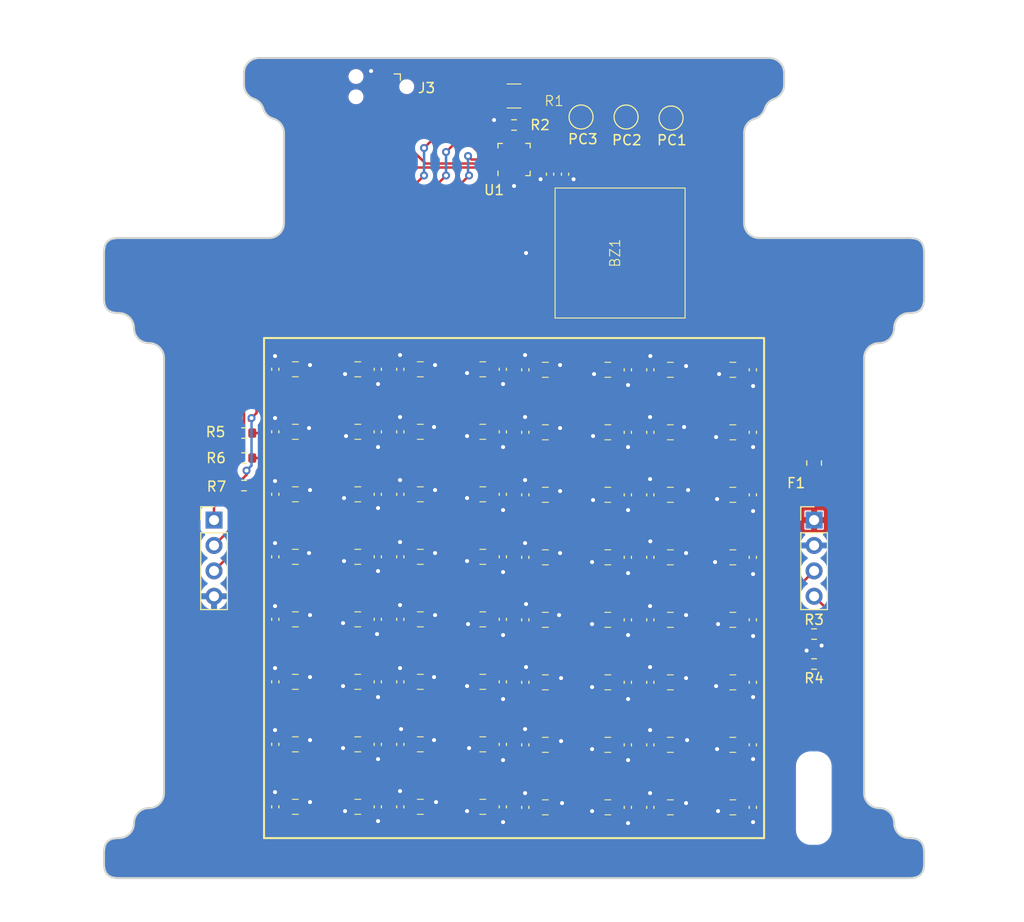
<source format=kicad_pcb>
(kicad_pcb (version 20221018) (generator pcbnew)
  (layers (0 "F.Cu" signal) (31 "B.Cu" signal) (34 "B.Paste" user) (35 "F.Paste" user) (36 "B.SilkS" user "B.Silkscreen") (37 "F.SilkS" user "F.Silkscreen") (38 "B.Mask" user) (39 "F.Mask" user) (44 "Edge.Cuts" user))
  (net 0 "")
  (net 1 "GND")
  (net 2 "+5V")
  (net 3 "Net-(D1-DOUT)")
  (net 4 "/DIN")
  (net 5 "Net-(D2-DOUT)")
  (net 6 "Net-(D10-DOUT)")
  (net 7 "Net-(D11-DIN)")
  (net 8 "Net-(D4-DOUT)")
  (net 9 "Net-(D12-DOUT)")
  (net 10 "Net-(D13-DIN)")
  (net 11 "Net-(D6-DOUT)")
  (net 12 "Net-(D14-DOUT)")
  (net 13 "Net-(D15-DIN)")
  (net 15 "Net-(D16-DOUT)")
  (net 16 "Net-(D17-DIN)")
  (net 17 "Net-(D10-DIN)")
  (net 18 "Net-(D11-DOUT)")
  (net 19 "Net-(D12-DIN)")
  (net 20 "Net-(D13-DOUT)")
  (net 21 "Net-(D14-DIN)")
  (net 22 "Net-(D15-DOUT)")
  (net 23 "Net-(D16-DIN)")
  (net 24 "Net-(D17-DOUT)")
  (net 25 "Net-(D18-DIN)")
  (net 26 "Net-(D19-DOUT)")
  (net 27 "Net-(D20-DIN)")
  (net 28 "Net-(D21-DOUT)")
  (net 29 "Net-(D22-DIN)")
  (net 30 "Net-(D23-DOUT)")
  (net 31 "Net-(D24-DIN)")
  (net 32 "Net-(D25-DOUT)")
  (net 33 "Net-(D26-DIN)")
  (net 34 "Net-(D27-DOUT)")
  (net 35 "Net-(D28-DIN)")
  (net 36 "Net-(D29-DOUT)")
  (net 37 "Net-(D30-DIN)")
  (net 38 "Net-(D31-DOUT)")
  (net 39 "Net-(D32-DIN)")
  (net 40 "Net-(D33-DOUT)")
  (net 41 "Net-(D34-DIN)")
  (net 42 "Net-(D35-DOUT)")
  (net 43 "Net-(D36-DIN)")
  (net 44 "Net-(D37-DOUT)")
  (net 45 "Net-(D38-DIN)")
  (net 46 "Net-(D39-DOUT)")
  (net 47 "Net-(D40-DIN)")
  (net 48 "Net-(D41-DOUT)")
  (net 49 "Net-(D42-DIN)")
  (net 50 "Net-(D43-DOUT)")
  (net 51 "Net-(D44-DIN)")
  (net 52 "Net-(D45-DOUT)")
  (net 53 "Net-(D46-DIN)")
  (net 54 "Net-(D47-DOUT)")
  (net 55 "Net-(D48-DIN)")
  (net 56 "Net-(D49-DOUT)")
  (net 57 "Net-(D50-DIN)")
  (net 58 "Net-(D51-DOUT)")
  (net 59 "Net-(D52-DIN)")
  (net 60 "Net-(D53-DOUT)")
  (net 61 "Net-(D54-DIN)")
  (net 62 "Net-(D55-DOUT)")
  (net 63 "Net-(D56-DIN)")
  (net 64 "Net-(D57-DOUT)")
  (net 65 "Net-(D59-DOUT)")
  (net 66 "Net-(D61-DOUT)")
  (net 67 "Net-(D63-DOUT)")
  (net 68 "Net-(J1-Pin_1)")
  (net 69 "Net-(J1-Pin_3)")
  (net 70 "Net-(J1-Pin_4)")
  (net 71 "/SWIO")
  (net 73 "/TX")
  (net 74 "/RX")
  (net 75 "/TOUCH1")
  (net 76 "/TOUCH2")
  (net 77 "/TOUCH3")
  (net 78 "/LDR_DIV")
  (net 79 "Net-(U1-PC3{slash}T1CH3)")
  (net 80 "Net-(U1-PC2{slash}SCL)")
  (net 81 "Net-(U1-PC1{slash}SDA)")
  (net 82 "/BUZ")
  (footprint "Capacitor_SMD:C_0402_1005Metric" (layer "F.Cu") (at 115.1 51.62 -90)
    (fp_text reference "C66" hide)
    (fp_text value "100n")
  )
  (footprint "fp:XL-1615_WS2812B" (layer "F.Cu") (at 94.375 89.875)
    (fp_text reference "D26" hide)
    (fp_text value "RGB_1516")
  )
  (footprint "fp:XL-1615_WS2812B" (layer "F.Cu") (at 113.125 102.425 180)
    (fp_text reference "D45" hide)
    (fp_text value "RGB_1516")
  )
  (footprint "fp:XL-1615_WS2812B" (layer "F.Cu") (at 100.625 114.875 180)
    (fp_text reference "D59" hide)
    (fp_text value "RGB_1516")
  )
  (footprint "Capacitor_SMD:C_0402_1005Metric" (layer "F.Cu") (at 96.375 77.375 -90)
    (fp_text reference "C10" hide)
    (fp_text value "100n")
  )
  (footprint "Connector_PinHeader_2.54mm:PinHeader_1x04_P2.54mm_Vertical" (layer "F.Cu") (at 80 86.2)
    (fp_text reference "J4" hide)
    (fp_text value "CAP_CONN")
  )
  (footprint "fp:XL-1615_WS2812B" (layer "F.Cu") (at 100.625 89.875 180)
    (fp_text reference "D27" hide)
    (fp_text value "RGB_1516")
  )
  (footprint "fp:XL-1615_WS2812B" (layer "F.Cu") (at 100.625 77.375 180)
    (fp_text reference "D11" hide)
    (fp_text value "RGB_1516")
  )
  (footprint "fp:XL-1615_WS2812B" (layer "F.Cu") (at 88.125 108.625 180)
    (fp_text reference "D49" hide)
    (fp_text value "RGB_1516")
  )
  (footprint "fp:XL-1615_WS2812B" (layer "F.Cu") (at 125.625 83.675 180)
    (fp_text reference "D23" hide)
    (fp_text value "RGB_1516")
  )
  (footprint "Capacitor_SMD:C_0402_1005Metric" (layer "F.Cu") (at 108.875 108.625 -90)
    (fp_text reference "C52" hide)
    (fp_text value "100n")
  )
  (footprint "Capacitor_SMD:C_0402_1005Metric" (layer "F.Cu") (at 121.375 83.675 -90)
    (fp_text reference "C22" hide)
    (fp_text value "100n")
  )
  (footprint "Capacitor_SMD:C_0402_1005Metric" (layer "F.Cu") (at 108.875 77.375 -90)
    (fp_text reference "C12" hide)
    (fp_text value "100n")
  )
  (footprint "fp:XL-1615_WS2812B" (layer "F.Cu") (at 119.375 96.175)
    (fp_text reference "D38" hide)
    (fp_text value "RGB_1516")
  )
  (footprint "fp:XL-1615_WS2812B" (layer "F.Cu") (at 131.875 77.425)
    (fp_text reference "D16" hide)
    (fp_text value "RGB_1516")
  )
  (footprint "Capacitor_SMD:C_0402_1005Metric" (layer "F.Cu") (at 98.625 71.125 90)
    (fp_text reference "C3" hide)
    (fp_text value "100n")
  )
  (footprint "fp:XL-1615_WS2812B" (layer "F.Cu") (at 106.875 108.625)
    (fp_text reference "D52" hide)
    (fp_text value "RGB_1516")
  )
  (footprint "Capacitor_SMD:C_0402_1005Metric" (layer "F.Cu") (at 86.125 77.375 90)
    (fp_text reference "C9" hide)
    (fp_text value "100n")
  )
  (footprint "Resistor_SMD:R_0603_1608Metric" (layer "F.Cu") (at 140 97.6)
    (fp_text reference "R3")
    (fp_text value "5.1k")
  )
  (footprint "Capacitor_SMD:C_0402_1005Metric" (layer "F.Cu") (at 86.125 108.625 90)
    (fp_text reference "C49" hide)
    (fp_text value "100n")
  )
  (footprint "fp:XL-1615_WS2812B" (layer "F.Cu") (at 119.375 114.925)
    (fp_text reference "D62" hide)
    (fp_text value "RGB_1516")
  )
  (footprint "fp:XL-1615_WS2812B" (layer "F.Cu") (at 88.125 71.125 180)
    (fp_text reference "D1" hide)
    (fp_text value "RGB_1516")
  )
  (footprint "fp:XL-1615_WS2812B" (layer "F.Cu") (at 113.125 108.675 180)
    (fp_text reference "D53" hide)
    (fp_text value "RGB_1516")
  )
  (footprint "Capacitor_SMD:C_0402_1005Metric" (layer "F.Cu") (at 113.6 51.62 -90)
    (fp_text reference "C65" hide)
    (fp_text value "100n")
  )
  (footprint "fp:GT36528" (layer "F.Cu") (at 110 43.8 180)
    (fp_text reference "R1")
    (fp_text value "Photoresistor")
  )
  (footprint "fp:XL-1615_WS2812B" (layer "F.Cu") (at 94.375 83.625)
    (fp_text reference "D18" hide)
    (fp_text value "RGB_1516")
  )
  (footprint "Capacitor_SMD:C_0402_1005Metric" (layer "F.Cu") (at 96.375 102.375 -90)
    (fp_text reference "C42" hide)
    (fp_text value "100n")
  )
  (footprint "Resistor_SMD:R_0603_1608Metric" (layer "F.Cu") (at 83 82.75 180)
    (fp_text reference "R7")
    (fp_text value "560k")
  )
  (footprint "fp:XL-1615_WS2812B" (layer "F.Cu") (at 119.375 108.675)
    (fp_text reference "D54" hide)
    (fp_text value "RGB_1516")
  )
  (footprint "Capacitor_SMD:C_0402_1005Metric" (layer "F.Cu") (at 133.875 89.925 -90)
    (fp_text reference "C32" hide)
    (fp_text value "100n")
  )
  (footprint "Capacitor_SMD:C_0402_1005Metric" (layer "F.Cu") (at 96.375 96.125 -90)
    (fp_text reference "C34" hide)
    (fp_text value "100n")
  )
  (footprint "fp:XL-1615_WS2812B" (layer "F.Cu") (at 94.375 77.375)
    (fp_text reference "D10" hide)
    (fp_text value "RGB_1516")
  )
  (footprint "fp:XL-1615_WS2812B" (layer "F.Cu") (at 88.125 114.875 180)
    (fp_text reference "D57" hide)
    (fp_text value "RGB_1516")
  )
  (footprint "Capacitor_SMD:C_0402_1005Metric" (layer "F.Cu") (at 123.625 114.925 90)
    (fp_text reference "C63" hide)
    (fp_text value "100n")
  )
  (footprint "Capacitor_SMD:C_0402_1005Metric" (layer "F.Cu") (at 133.875 114.925 -90)
    (fp_text reference "C64" hide)
    (fp_text value "100n")
  )
  (footprint "fp:XL-1615_WS2812B" (layer "F.Cu") (at 113.125 96.175 180)
    (fp_text reference "D37" hide)
    (fp_text value "RGB_1516")
  )
  (footprint "Capacitor_SMD:C_0402_1005Metric" (layer "F.Cu") (at 121.375 96.175 -90)
    (fp_text reference "C38" hide)
    (fp_text value "100n")
  )
  (footprint "fp:XL-1615_WS2812B" (layer "F.Cu") (at 131.875 108.675)
    (fp_text reference "D56" hide)
    (fp_text value "RGB_1516")
  )
  (footprint "Capacitor_SMD:C_0402_1005Metric" (layer "F.Cu") (at 108.875 71.125 -90)
    (fp_text reference "C4" hide)
    (fp_text value "100n")
  )
  (footprint "Capacitor_SMD:C_0402_1005Metric" (layer "F.Cu") (at 133.875 71.175 -90)
    (fp_text reference "C8" hide)
    (fp_text value "100n")
  )
  (footprint "fp:XL-1615_WS2812B" (layer "F.Cu") (at 113.125 114.925 180)
    (fp_text reference "D61" hide)
    (fp_text value "RGB_1516")
  )
  (footprint "Capacitor_SMD:C_0402_1005Metric" (layer "F.Cu") (at 98.625 83.625 90)
    (fp_text reference "C19" hide)
    (fp_text value "100n")
  )
  (footprint "Capacitor_SMD:C_0402_1005Metric" (layer "F.Cu") (at 98.625 102.375 90)
    (fp_text reference "C43" hide)
    (fp_text value "100n")
  )
  (footprint "fp:XL-1615_WS2812B" (layer "F.Cu") (at 119.375 102.425)
    (fp_text reference "D46" hide)
    (fp_text value "RGB_1516")
  )
  (footprint "Capacitor_SMD:C_0402_1005Metric" (layer "F.Cu") (at 123.625 83.675 90)
    (fp_text reference "C23" hide)
    (fp_text value "100n")
  )
  (footprint "Capacitor_SMD:C_0402_1005Metric" (layer "F.Cu") (at 133.875 77.425 -90)
    (fp_text reference "C16" hide)
    (fp_text value "100n")
  )
  (footprint "Capacitor_SMD:C_0402_1005Metric" (layer "F.Cu") (at 111.125 114.925 90)
    (fp_text reference "C61" hide)
    (fp_text value "100n")
  )
  (footprint "Capacitor_SMD:C_0402_1005Metric" (layer "F.Cu") (at 123.625 108.675 90)
    (fp_text reference "C55" hide)
    (fp_text value "100n")
  )
  (footprint "Capacitor_SMD:C_0402_1005Metric" (layer "F.Cu") (at 108.875 96.125 -90)
    (fp_text reference "C36" hide)
    (fp_text value "100n")
  )
  (footprint "fp:XL-1615_WS2812B" (layer "F.Cu") (at 131.875 102.425)
    (fp_text reference "D48" hide)
    (fp_text value "RGB_1516")
  )
  (footprint "Capacitor_SMD:C_0402_1005Metric" (layer "F.Cu") (at 98.625 114.875 90)
    (fp_text reference "C59" hide)
    (fp_text value "100n")
  )
  (footprint "Capacitor_SMD:C_0402_1005Metric" (layer "F.Cu") (at 133.875 83.675 -90)
    (fp_text reference "C24" hide)
    (fp_text value "100n")
  )
  (footprint "TestPoint:TestPoint_Pad_D2.0mm" (layer "F.Cu") (at 116.7 45.9 90)
    (fp_text reference "TP1" hide)
    (fp_text value "PC3")
  )
  (footprint "fp:XL-1615_WS2812B" (layer "F.Cu") (at 119.375 77.425)
    (fp_text reference "D14" hide)
    (fp_text value "RGB_1516")
  )
  (footprint "Package_DFN_QFN:QFN-20-1EP_3x3mm_P0.4mm_EP1.65x1.65mm" (layer "F.Cu") (at 110 50.15 90)
    (fp_text reference "U1")
    (fp_text value "CH32V003F4U6")
  )
  (footprint "Capacitor_SMD:C_0402_1005Metric" (layer "F.Cu") (at 133.875 108.675 -90)
    (fp_text reference "C56" hide)
    (fp_text value "100n")
  )
  (footprint "Capacitor_SMD:C_0402_1005Metric" (layer "F.Cu") (at 133.875 96.175 -90)
    (fp_text reference "C40" hide)
    (fp_text value "100n")
  )
  (footprint "Resistor_SMD:R_0603_1608Metric" (layer "F.Cu") (at 83 80 180)
    (fp_text reference "R6")
    (fp_text value "560k")
  )
  (footprint "Capacitor_SMD:C_0402_1005Metric" (layer "F.Cu") (at 96.375 83.625 -90)
    (fp_text reference "C18" hide)
    (fp_text value "100n")
  )
  (footprint "Capacitor_SMD:C_0402_1005Metric" (layer "F.Cu") (at 96.375 71.125 -90)
    (fp_text reference "C2" hide)
    (fp_text value "100n")
  )
  (footprint "fp:XL-1615_WS2812B" (layer "F.Cu") (at 100.625 108.625 180)
    (fp_text reference "D51" hide)
    (fp_text value "RGB_1516")
  )
  (footprint "Connector:Tag-Connect_TC2030-IDC-NL_2x03_P1.27mm_Vertical" (layer "F.Cu") (at 96.73 42.865 180)
    (fp_text reference "J3")
    (fp_text value "TC2030")
  )
  (footprint "fp:XL-1615_WS2812B" (layer "F.Cu") (at 131.875 89.925)
    (fp_text reference "D32" hide)
    (fp_text value "RGB_1516")
  )
  (footprint "Capacitor_SMD:C_0402_1005Metric" (layer "F.Cu") (at 96.375 89.875 -90)
    (fp_text reference "C26" hide)
    (fp_text value "100n")
  )
  (footprint "fp:XL-1615_WS2812B" (layer "F.Cu") (at 131.875 114.925)
    (fp_text reference "D64" hide)
    (fp_text value "RGB_1516")
  )
  (footprint "fp:XL-1615_WS2812B" (layer "F.Cu") (at 131.875 83.675)
    (fp_text reference "D24" hide)
    (fp_text value "RGB_1516")
  )
  (footprint "fp:XL-1615_WS2812B" (layer "F.Cu") (at 100.625 71.125 180)
    (fp_text reference "D3" hide)
    (fp_text value "RGB_1516")
  )
  (footprint "fp:XL-1615_WS2812B" (layer "F.Cu") (at 100.625 102.375 180)
    (fp_text reference "D43" hide)
    (fp_text value "RGB_1516")
  )
  (footprint "fp:XL-1615_WS2812B" (layer "F.Cu") (at 88.125 77.375 180)
    (fp_text reference "D9" hide)
    (fp_text value "RGB_1516")
  )
  (footprint "Capacitor_SMD:C_0402_1005Metric" (layer "F.Cu") (at 98.625 96.125 90)
    (fp_text reference "C35" hide)
    (fp_text value "100n")
  )
  (footprint "Capacitor_SMD:C_0402_1005Metric" (layer "F.Cu") (at 121.375 77.425 -90)
    (fp_text reference "C14" hide)
    (fp_text value "100n")
  )
  (footprint "fp:XL-1615_WS2812B" (layer "F.Cu") (at 125.625 77.425 180)
    (fp_text reference "D15" hide)
    (fp_text value "RGB_1516")
  )
  (footprint "fp:XL-1615_WS2812B" (layer "F.Cu") (at 106.875 102.375)
    (fp_text reference "D44" hide)
    (fp_text value "RGB_1516")
  )
  (footprint "Capacitor_SMD:C_0402_1005Metric" (layer "F.Cu") (at 111.125 96.175 90)
    (fp_text reference "C37" hide)
    (fp_text value "100n")
  )
  (footprint "Resistor_SMD:R_0603_1608Metric" (layer "F.Cu") (at 110 46.7 180)
    (fp_text reference "R2")
    (fp_text value "22k")
  )
  (footprint "Capacitor_SMD:C_0402_1005Metric" (layer "F.Cu") (at 86.125 71.125 90)
    (fp_text reference "C1" hide)
    (fp_text value "100n")
  )
  (footprint "TestPoint:TestPoint_Pad_D2.0mm" (layer "F.Cu") (at 125.7 46 90)
    (fp_text reference "TP3" hide)
    (fp_text value "PC1")
  )
  (footprint "Capacitor_SMD:C_0402_1005Metric" (layer "F.Cu") (at 108.875 83.625 -90)
    (fp_text reference "C20" hide)
    (fp_text value "100n")
  )
  (footprint "Capacitor_SMD:C_0402_1005Metric" (layer "F.Cu") (at 86.125 114.875 90)
    (fp_text reference "C57" hide)
    (fp_text value "100n")
  )
  (footprint "fp:XL-1615_WS2812B" (layer "F.Cu") (at 94.375 114.875)
    (fp_text reference "D58" hide)
    (fp_text value "RGB_1516")
  )
  (footprint "fp:XL-1615_WS2812B" (layer "F.Cu") (at 119.375 89.925)
    (fp_text reference "D30" hide)
    (fp_text value "RGB_1516")
  )
  (footprint "fp:XL-1615_WS2812B" (layer "F.Cu") (at 113.125 71.175 180)
    (fp_text reference "D5" hide)
    (fp_text value "RGB_1516")
  )
  (footprint "Capacitor_SMD:C_0402_1005Metric" (layer "F.Cu") (at 121.375 89.925 -90)
    (fp_text reference "C30" hide)
    (fp_text value "100n")
  )
  (footprint "fp:XL-1615_WS2812B" (layer "F.Cu") (at 94.375 102.375)
    (fp_text reference "D42" hide)
    (fp_text value "RGB_1516")
  )
  (footprint "fp:XL-1615_WS2812B" (layer "F.Cu") (at 88.125 102.375 180)
    (fp_text reference "D41" hide)
    (fp_text value "RGB_1516")
  )
  (footprint "fp:FUET-1325" (layer "F.Cu") (at 120.6 59.5 90)
    (fp_text reference "BZ1")
    (fp_text value "Buzzer")
  )
  (footprint "Capacitor_SMD:C_0402_1005Metric" (layer "F.Cu") (at 133.875 102.425 -90)
    (fp_text reference "C48" hide)
    (fp_text value "100n")
  )
  (footprint "fp:XL-1615_WS2812B" (layer "F.Cu") (at 113.125 77.425 180)
    (fp_text reference "D13" hide)
    (fp_text value "RGB_1516")
  )
  (footprint "fp:XL-1615_WS2812B" (layer "F.Cu") (at 94.375 96.125)
    (fp_text reference "D34" hide)
    (fp_text value "RGB_1516")
  )
  (footprint "Capacitor_SMD:C_0402_1005Metric" (layer "F.Cu") (at 86.125 89.875 90)
    (fp_text reference "C25" hide)
    (fp_text value "100n")
  )
  (footprint "Resistor_SMD:R_0603_1608Metric" (layer "F.Cu") (at 83 77.5 180)
    (fp_text reference "R5")
    (fp_text value "560k")
  )
  (footprint "fp:XL-1615_WS2812B" (layer "F.Cu") (at 125.625 108.675 180)
    (fp_text reference "D55" hide)
    (fp_text value "RGB_1516")
  )
  (footprint "fp:XL-1615_WS2812B" (layer "F.Cu") (at 131.875 71.175)
    (fp_text reference "D8" hide)
    (fp_text value "RGB_1516")
  )
  (footprint "Capacitor_SMD:C_0402_1005Metric" (layer "F.Cu") (at 111.125 83.675 90)
    (fp_text reference "C21" hide)
    (fp_text value "100n")
  )
  (footprint "fp:XL-1615_WS2812B" (layer "F.Cu") (at 106.875 96.125)
    (fp_text reference "D36" hide)
    (fp_text value "RGB_1516")
  )
  (footprint "Capacitor_SMD:C_0402_1005Metric" (layer "F.Cu") (at 123.625 96.175 90)
    (fp_text reference "C39" hide)
    (fp_text value "100n")
  )
  (footprint "fp:XL-1615_WS2812B" (layer "F.Cu") (at 100.625 96.125 180)
    (fp_text reference "D35" hide)
    (fp_text value "RGB_1516")
  )
  (footprint "fp:XL-1615_WS2812B" (layer "F.Cu") (at 125.625 114.925 180)
    (fp_text reference "D63" hide)
    (fp_text value "RGB_1516")
  )
  (footprint "Resistor_SMD:R_0805_2012Metric" (layer "F.Cu") (at 140 80.5 -90)
    (fp_text reference "F1")
    (fp_text value "750mA")
  )
  (footprint "Capacitor_SMD:C_0402_1005Metric" (layer "F.Cu") (at 123.625 89.925 90)
    (fp_text reference "C31" hide)
    (fp_text value "100n")
  )
  (footprint "Capacitor_SMD:C_0402_1005Metric" (layer "F.Cu") (at 98.625 108.625 90)
    (fp_text reference "C51" hide)
    (fp_text value "100n")
  )
  (footprint "Capacitor_SMD:C_0402_1005Metric" (layer "F.Cu") (at 108.875 102.375 -90)
    (fp_text reference "C44" hide)
    (fp_text value "100n")
  )
  (footprint "fp:XL-1615_WS2812B" (layer "F.Cu") (at 131.875 96.175)
    (fp_text reference "D40" hide)
    (fp_text value "RGB_1516")
  )
  (footprint "Capacitor_SMD:C_0402_1005Metric" (layer "F.Cu") (at 121.375 102.425 -90)
    (fp_text reference "C46" hide)
    (fp_text value "100n")
  )
  (footprint "Capacitor_SMD:C_0402_1005Metric" (layer "F.Cu") (at 123.625 71.175 90)
    (fp_text reference "C7" hide)
    (fp_text value "100n")
  )
  (footprint "fp:XL-1615_WS2812B" (layer "F.Cu") (at 94.375 108.625)
    (fp_text reference "D50" hide)
    (fp_text value "RGB_1516")
  )
  (footprint "Capacitor_SMD:C_0402_1005Metric" (layer "F.Cu") (at 111.125 77.425 90)
    (fp_text reference "C13" hide)
    (fp_text value "100n")
  )
  (footprint "fp:XL-1615_WS2812B" (layer "F.Cu") (at 113.125 83.675 180)
    (fp_text reference "D21" hide)
    (fp_text value "RGB_1516")
  )
  (footprint "Capacitor_SMD:C_0402_1005Metric" (layer "F.Cu") (at 111.125 89.925 90)
    (fp_text reference "C29" hide)
    (fp_text value "100n")
  )
  (footprint "Capacitor_SMD:C_0402_1005Metric" (layer "F.Cu") (at 96.375 114.875 -90)
    (fp_text reference "C58" hide)
    (fp_text value "100n")
  )
  (footprint "fp:XL-1615_WS2812B" (layer "F.Cu") (at 88.125 83.625 180)
    (fp_text reference "D17" hide)
    (fp_text value "RGB_1516")
  )
  (footprint "Capacitor_SMD:C_0402_1005Metric" (layer "F.Cu") (at 111.125 108.675 90)
    (fp_text reference "C53" hide)
    (fp_text value "100n")
  )
  (footprint "Capacitor_SMD:C_0402_1005Metric" (layer "F.Cu") (at 121.375 108.675 -90)
    (fp_text reference "C54" hide)
    (fp_text value "100n")
  )
  (footprint "fp:XL-1615_WS2812B" (layer "F.Cu") (at 100.625 83.625 180)
    (fp_text reference "D19" hide)
    (fp_text value "RGB_1516")
  )
  (footprint "Capacitor_SMD:C_0402_1005Metric" (layer "F.Cu") (at 121.375 71.175 -90)
    (fp_text reference "C6" hide)
    (fp_text value "100n")
  )
  (footprint "fp:XL-1615_WS2812B" (layer "F.Cu") (at 106.875 89.875)
    (fp_text reference "D28" hide)
    (fp_text value "RGB_1516")
  )
  (footprint "fp:XL-1615_WS2812B" (layer "F.Cu") (at 113.125 89.925 180)
    (fp_text reference "D29" hide)
    (fp_text value "RGB_1516")
  )
  (footprint "Connector_PinHeader_2.54mm:PinHeader_1x04_P2.54mm_Vertical" (layer "F.Cu") (at 140 86.2)
    (fp_text reference "J1" hide)
    (fp_text value "PWR_CONN")
  )
  (footprint "fp:XL-1615_WS2812B" (layer "F.Cu") (at 106.875 77.375)
    (fp_text reference "D12" hide)
    (fp_text value "RGB_1516")
  )
  (footprint "fp:XL-1615_WS2812B" (layer "F.Cu") (at 106.875 83.625)
    (fp_text reference "D20" hide)
    (fp_text value "RGB_1516")
  )
  (footprint "Capacitor_SMD:C_0402_1005Metric" (layer "F.Cu") (at 111.125 71.175 90)
    (fp_text reference "C5" hide)
    (fp_text value "100n")
  )
  (footprint "fp:XL-1615_WS2812B" (layer "F.Cu") (at 88.125 96.125 180)
    (fp_text reference "D33" hide)
    (fp_text value "RGB_1516")
  )
  (footprint "Capacitor_SMD:C_0402_1005Metric" (layer "F.Cu") (at 86.125 102.375 90)
    (fp_text reference "C41" hide)
    (fp_text value "100n")
  )
  (footprint "fp:XL-1615_WS2812B" (layer "F.Cu") (at 125.625 102.425 180)
    (fp_text reference "D47" hide)
    (fp_text value "RGB_1516")
  )
  (footprint "fp:XL-1615_WS2812B" (layer "F.Cu") (at 106.875 114.875)
    (fp_text reference "D60" hide)
    (fp_text value "RGB_1516")
  )
  (footprint "fp:XL-1615_WS2812B" (layer "F.Cu") (at 94.375 71.125)
    (fp_text reference "D2" hide)
    (fp_text value "RGB_1516")
  )
  (footprint "Capacitor_SMD:C_0402_1005Metric" (layer "F.Cu") (at 96.375 108.625 -90)
    (fp_text reference "C50" hide)
    (fp_text value "100n")
  )
  (footprint "fp:XL-1615_WS2812B" (layer "F.Cu") (at 119.375 83.675)
    (fp_text reference "D22" hide)
    (fp_text value "RGB_1516")
  )
  (footprint "fp:XL-1615_WS2812B" (layer "F.Cu") (at 88.125 89.875 180)
    (fp_text reference "D25" hide)
    (fp_text value "RGB_1516")
  )
  (footprint "fp:XL-1615_WS2812B" (layer "F.Cu") (at 106.875 71.125)
    (fp_text reference "D4" hide)
    (fp_text value "RGB_1516")
  )
  (footprint "Capacitor_SMD:C_0402_1005Metric" (layer "F.Cu") (at 123.625 102.425 90)
    (fp_text reference "C47" hide)
    (fp_text value "100n")
  )
  (footprint "fp:XL-1615_WS2812B" (layer "F.Cu") (at 119.375 71.175)
    (fp_text reference "D6" hide)
    (fp_text value "RGB_1516")
  )
  (footprint "TestPoint:TestPoint_Pad_D2.0mm" (layer "F.Cu") (at 121.2 45.9 90)
    (fp_text reference "TP2" hide)
    (fp_text value "PC2")
  )
  (footprint "fp:XL-1615_WS2812B" (layer "F.Cu") (at 125.625 89.925 180)
    (fp_text reference "D31" hide)
    (fp_text value "RGB_1516")
  )
  (footprint "Capacitor_SMD:C_0402_1005Metric" (layer "F.Cu") (at 98.625 77.375 90)
    (fp_text reference "C11" hide)
    (fp_text value "100n")
  )
  (footprint "Resistor_SMD:R_0603_1608Metric" (layer "F.Cu") (at 140 100.59 180)
    (fp_text reference "R4")
    (fp_text value "5.1k")
  )
  (footprint "fp:XL-1615_WS2812B" (layer "F.Cu") (at 125.625 71.175 180)
    (fp_text reference "D7" hide)
    (fp_text value "RGB_1516")
  )
  (footprint "Capacitor_SMD:C_0402_1005Metric" (layer "F.Cu") (at 98.625 89.875 90)
    (fp_text reference "C27" hide)
    (fp_text value "100n")
  )
  (footprint "Capacitor_SMD:C_0402_1005Metric" (layer "F.Cu") (at 108.875 89.875 -90)
    (fp_text reference "C28" hide)
    (fp_text value "100n")
  )
  (footprint "Capacitor_SMD:C_0402_1005Metric" (layer "F.Cu") (at 86.125 83.625 90)
    (fp_text reference "C17" hide)
    (fp_text value "100n")
  )
  (footprint "Capacitor_SMD:C_0402_1005Metric" (layer "F.Cu") (at 123.625 77.425 90)
    (fp_text reference "C15" hide)
    (fp_text value "100n")
  )
  (footprint "Capacitor_SMD:C_0402_1005Metric" (layer "F.Cu") (at 86.125 96.125 90)
    (fp_text reference "C33" hide)
    (fp_text value "100n")
  )
  (footprint "fp:XL-1615_WS2812B" (layer "F.Cu") (at 125.625 96.175 180)
    (fp_text reference "D39" hide)
    (fp_text value "RGB_1516")
  )
  (footprint "Capacitor_SMD:C_0402_1005Metric" (layer "F.Cu") (at 108.875 114.875 -90)
    (fp_text reference "C60" hide)
    (fp_text value "100n")
  )
  (footprint "Capacitor_SMD:C_0402_1005Metric" (layer "F.Cu") (at 111.125 102.425 90)
    (fp_text reference "C45" hide)
    (fp_text value "100n")
  )
  (footprint "Capacitor_SMD:C_0402_1005Metric" (layer "F.Cu") (at 121.375 114.925 -90)
    (fp_text reference "C62" hide)
    (fp_text value "100n")
  )
  (gr_line locked (start 85 68) (end 85 118) (stroke (width 0.2)) (layer "F.SilkS"))
  (gr_line locked (start 85 118) (end 135 118) (stroke (width 0.2)) (layer "F.SilkS"))
  (gr_line locked (start 135 118) (end 135 68) (stroke (width 0.2)) (layer "F.SilkS"))
  (gr_line locked (start 135 68) (end 85 68) (stroke (width 0.2)) (layer "F.SilkS"))
  (gr_curve locked (pts (xy 150.228254 58.099325) (xy 150.364998 58.145523) (xy 150.492056 58.211805) (xy 150.601164 58.306687)) (stroke (width 0.2)) (layer "Edge.Cuts"))
  (gr_curve locked (pts (xy 150.956123 58.98409) (xy 150.988743 59.151924) (xy 151 59.329577) (xy 151 59.5)) (stroke (width 0.2)) (layer "Edge.Cuts"))
  (gr_curve locked (pts (xy 149.5 118) (xy 149.790926 118) (xy 150.031356 118.032804) (xy 150.228254 118.099325)) (stroke (width 0.2)) (layer "Edge.Cuts"))
  (gr_line locked (start 69 119.5) (end 69 120.5) (stroke (width 0.2)) (layer "Edge.Cuts"))
  (gr_line locked (start 151 120.5) (end 151 119.5) (stroke (width 0.2)) (layer "Edge.Cuts"))
  (gr_curve locked (pts (xy 69.043877 118.98409) (xy 69.011257 119.151924) (xy 69 119.329577) (xy 69 119.5)) (stroke (width 0.2)) (layer "Edge.Cuts"))
  (gr_arc locked (start 135.5 40) (mid 136.56066 40.43934) (end 137 41.5) (stroke (width 0.2)) (layer "Edge.Cuts"))
  (gr_arc locked (start 148 67) (mid 148.43934 65.93934) (end 149.5 65.5) (stroke (width 0.2)) (layer "Edge.Cuts"))
  (gr_curve locked (pts (xy 151 120.5) (xy 151 120.790926) (xy 150.967196 121.031356) (xy 150.900675 121.228254)) (stroke (width 0.2)) (layer "Edge.Cuts"))
  (gr_line locked (start 83 41.5) (end 83 42.671573) (stroke (width 0.2)) (layer "Edge.Cuts"))
  (gr_curve locked (pts (xy 69.099325 64.728254) (xy 69.145523 64.864998) (xy 69.211805 64.992056) (xy 69.306687 65.101164)) (stroke (width 0.2)) (layer "Edge.Cuts"))
  (gr_curve locked (pts (xy 69.599348 65.328226) (xy 69.719768 65.390259) (xy 69.851395 65.430332) (xy 69.98409 65.456123)) (stroke (width 0.2)) (layer "Edge.Cuts"))
  (gr_curve locked (pts (xy 69 64) (xy 69 64.290926) (xy 69.032804 64.531356) (xy 69.099325 64.728254)) (stroke (width 0.2)) (layer "Edge.Cuts"))
  (gr_curve locked (pts (xy 149.5 58) (xy 149.790926 58) (xy 150.031356 58.032804) (xy 150.228254 58.099325)) (stroke (width 0.2)) (layer "Edge.Cuts"))
  (gr_curve locked (pts (xy 69.771746 58.099325) (xy 69.635002 58.145523) (xy 69.507944 58.211805) (xy 69.398836 58.306687)) (stroke (width 0.2)) (layer "Edge.Cuts"))
  (gr_arc locked (start 137 42.671573) (mid 136.724755 43.537611) (end 136 44.085786) (stroke (width 0.2)) (layer "Edge.Cuts"))
  (gr_arc locked (start 145 70) (mid 145.43934 68.93934) (end 146.5 68.5) (stroke (width 0.2)) (layer "Edge.Cuts"))
  (gr_line locked (start 151 64) (end 151 59.5) (stroke (width 0.2)) (layer "Edge.Cuts"))
  (gr_arc locked (start 83 41.5) (mid 83.43934 40.43934) (end 84.5 40) (stroke (width 0.2)) (layer "Edge.Cuts"))
  (gr_curve locked (pts (xy 69.398836 118.306687) (xy 69.303843 118.389294) (xy 69.229392 118.487499) (xy 69.171774 118.599348)) (stroke (width 0.2)) (layer "Edge.Cuts"))
  (gr_curve locked (pts (xy 69.306687 65.101164) (xy 69.389294 65.196157) (xy 69.487499 65.270608) (xy 69.599348 65.328226)) (stroke (width 0.2)) (layer "Edge.Cuts"))
  (gr_line (start 138.189 110.83) (end 138.189 117.17) (stroke (width 0.01)) (layer "Edge.Cuts"))
  (gr_curve locked (pts (xy 150.828226 58.599348) (xy 150.890259 58.719768) (xy 150.930332 58.851395) (xy 150.956123 58.98409)) (stroke (width 0.2)) (layer "Edge.Cuts"))
  (gr_arc locked (start 85.935414 46.064586) (mid 85.310169 45.689831) (end 84.935414 45.064586) (stroke (width 0.2)) (layer "Edge.Cuts"))
  (gr_line locked (start 69 59.5) (end 69 64) (stroke (width 0.2)) (layer "Edge.Cuts"))
  (gr_curve locked (pts (xy 69.398836 58.306687) (xy 69.303843 58.389294) (xy 69.229392 58.487499) (xy 69.171774 58.599348)) (stroke (width 0.2)) (layer "Edge.Cuts"))
  (gr_arc locked (start 72 116.5) (mid 71.56066 117.56066) (end 70.5 118) (stroke (width 0.2)) (layer "Edge.Cuts"))
  (gr_line (start 140.249 109.33) (end 139.689 109.33) (stroke (width 0.01)) (layer "Edge.Cuts"))
  (gr_arc locked (start 134.5 58) (mid 133.43934 57.56066) (end 133 56.5) (stroke (width 0.2)) (layer "Edge.Cuts"))
  (gr_arc locked (start 73.5 68.5) (mid 74.56066 68.93934) (end 75 70) (stroke (width 0.2)) (layer "Edge.Cuts"))
  (gr_arc locked (start 73.5 68.5) (mid 72.43934 68.06066) (end 72 67) (stroke (width 0.2)) (layer "Edge.Cuts"))
  (gr_arc locked (start 146.5 115) (mid 147.56066 115.43934) (end 148 116.5) (stroke (width 0.2)) (layer "Edge.Cuts"))
  (gr_arc locked (start 84 44.085786) (mid 83.275255 43.537598) (end 83 42.671573) (stroke (width 0.2)) (layer "Edge.Cuts"))
  (gr_curve locked (pts (xy 69.306687 121.601164) (xy 69.389294 121.696157) (xy 69.487499 121.770608) (xy 69.599348 121.828226)) (stroke (width 0.2)) (layer "Edge.Cuts"))
  (gr_line locked (start 70.5 122) (end 149.5 122) (stroke (width 0.2)) (layer "Edge.Cuts"))
  (gr_line (start 139.689 118.67) (end 140.249 118.67) (stroke (width 0.01)) (layer "Edge.Cuts"))
  (gr_curve locked (pts (xy 69.98409 65.456123) (xy 70.151924 65.488743) (xy 70.329577 65.5) (xy 70.5 65.5)) (stroke (width 0.2)) (layer "Edge.Cuts"))
  (gr_curve locked (pts (xy 150.900675 64.728254) (xy 150.854477 64.864998) (xy 150.788195 64.992056) (xy 150.693313 65.101164)) (stroke (width 0.2)) (layer "Edge.Cuts"))
  (gr_curve locked (pts (xy 69.171774 58.599348) (xy 69.109741 58.719768) (xy 69.069668 58.851395) (xy 69.043877 58.98409)) (stroke (width 0.2)) (layer "Edge.Cuts"))
  (gr_arc locked (start 135.064586 45.064586) (mid 134.689835 45.689835) (end 134.064586 46.064586) (stroke (width 0.2)) (layer "Edge.Cuts"))
  (gr_arc locked (start 72 116.5) (mid 72.43934 115.43934) (end 73.5 115) (stroke (width 0.2)) (layer "Edge.Cuts"))
  (gr_arc (start 141.749 117.17) (mid 141.30966 118.23066) (end 140.249 118.67) (stroke (width 0.01)) (layer "Edge.Cuts"))
  (gr_curve locked (pts (xy 150.400652 121.828226) (xy 150.280232 121.890259) (xy 150.148605 121.930332) (xy 150.01591 121.956123)) (stroke (width 0.2)) (layer "Edge.Cuts"))
  (gr_curve locked (pts (xy 150.900675 121.228254) (xy 150.854477 121.364998) (xy 150.788195 121.492056) (xy 150.693313 121.601164)) (stroke (width 0.2)) (layer "Edge.Cuts"))
  (gr_curve locked (pts (xy 151 64) (xy 151 64.290926) (xy 150.967196 64.531356) (xy 150.900675 64.728254)) (stroke (width 0.2)) (layer "Edge.Cuts"))
  (gr_curve locked (pts (xy 69.98409 121.956123) (xy 70.151924 121.988743) (xy 70.329577 122) (xy 70.5 122)) (stroke (width 0.2)) (layer "Edge.Cuts"))
  (gr_curve locked (pts (xy 70.5 58) (xy 70.209074 58) (xy 69.968644 58.032804) (xy 69.771746 58.099325)) (stroke (width 0.2)) (layer "Edge.Cuts"))
  (gr_curve locked (pts (xy 150.01591 65.456123) (xy 149.848076 65.488743) (xy 149.670423 65.5) (xy 149.5 65.5)) (stroke (width 0.2)) (layer "Edge.Cuts"))
  (gr_curve locked (pts (xy 150.601164 58.306687) (xy 150.696157 58.389294) (xy 150.770608 58.487499) (xy 150.828226 58.599348)) (stroke (width 0.2)) (layer "Edge.Cuts"))
  (gr_arc (start 140.249 109.33) (mid 141.309661 109.769339) (end 141.749 110.83) (stroke (width 0.01)) (layer "Edge.Cuts"))
  (gr_curve locked (pts (xy 69 120.5) (xy 69 120.790926) (xy 69.032804 121.031356) (xy 69.099325 121.228254)) (stroke (width 0.2)) (layer "Edge.Cuts"))
  (gr_line locked (start 133 56.5) (end 133 47.5) (stroke (width 0.2)) (layer "Edge.Cuts"))
  (gr_arc locked (start 75 113.5) (mid 74.56066 114.56066) (end 73.5 115) (stroke (width 0.2)) (layer "Edge.Cuts"))
  (gr_arc locked (start 135.064586 45.064586) (mid 135.415579 44.463646) (end 136 44.085786) (stroke (width 0.2)) (layer "Edge.Cuts"))
  (gr_line locked (start 149.5 58) (end 134.5 58) (stroke (width 0.2)) (layer "Edge.Cuts"))
  (gr_line locked (start 85.5 58) (end 70.5 58) (stroke (width 0.2)) (layer "Edge.Cuts"))
  (gr_arc locked (start 84 44.085786) (mid 84.584421 44.463645) (end 84.935414 45.064586) (stroke (width 0.2)) (layer "Edge.Cuts"))
  (gr_curve locked (pts (xy 150.228254 118.099325) (xy 150.364998 118.145523) (xy 150.492056 118.211805) (xy 150.601164 118.306687)) (stroke (width 0.2)) (layer "Edge.Cuts"))
  (gr_arc locked (start 146.5 115) (mid 145.43934 114.56066) (end 145 113.5) (stroke (width 0.2)) (layer "Edge.Cuts"))
  (gr_line locked (start 137 42.671573) (end 137 41.5) (stroke (width 0.2)) (layer "Edge.Cuts"))
  (gr_curve locked (pts (xy 69.171774 118.599348) (xy 69.109741 118.719768) (xy 69.069668 118.851395) (xy 69.043877 118.98409)) (stroke (width 0.2)) (layer "Edge.Cuts"))
  (gr_line (start 141.749 117.17) (end 141.749 110.83) (stroke (width 0.01)) (layer "Edge.Cuts"))
  (gr_curve locked (pts (xy 150.01591 121.956123) (xy 149.848076 121.988743) (xy 149.670423 122) (xy 149.5 122)) (stroke (width 0.2)) (layer "Edge.Cuts"))
  (gr_curve locked (pts (xy 150.956123 118.98409) (xy 150.988743 119.151924) (xy 151 119.329577) (xy 151 119.5)) (stroke (width 0.2)) (layer "Edge.Cuts"))
  (gr_line locked (start 87 47.5) (end 87 56.5) (stroke (width 0.2)) (layer "Edge.Cuts"))
  (gr_line locked (start 135.5 40) (end 84.5 40) (stroke (width 0.2)) (layer "Edge.Cuts"))
  (gr_arc locked (start 149.5 118) (mid 148.43934 117.56066) (end 148 116.5) (stroke (width 0.2)) (layer "Edge.Cuts"))
  (gr_arc (start 139.689 118.67) (mid 138.62834 118.23066) (end 138.189 117.17) (stroke (width 0.01)) (layer "Edge.Cuts"))
  (gr_line locked (start 145 113.5) (end 145 70) (stroke (width 0.2)) (layer "Edge.Cuts"))
  (gr_curve locked (pts (xy 150.400652 65.328226) (xy 150.280232 65.390259) (xy 150.148605 65.430332) (xy 150.01591 65.456123)) (stroke (width 0.2)) (layer "Edge.Cuts"))
  (gr_line locked (start 75 70) (end 75 113.5) (stroke (width 0.2)) (layer "Edge.Cuts"))
  (gr_arc locked (start 133 47.5) (mid 133.295193 46.606446) (end 134.064586 46.064586) (stroke (width 0.2)) (layer "Edge.Cuts"))
  (gr_curve locked (pts (xy 69.099325 121.228254) (xy 69.145523 121.364998) (xy 69.211805 121.492056) (xy 69.306687 121.601164)) (stroke (width 0.2)) (layer "Edge.Cuts"))
  (gr_arc locked (start 148 67) (mid 147.56066 68.06066) (end 146.5 68.5) (stroke (width 0.2)) (layer "Edge.Cuts"))
  (gr_curve locked (pts (xy 70.5 118) (xy 70.209074 118) (xy 69.968644 118.032804) (xy 69.771746 118.099325)) (stroke (width 0.2)) (layer "Edge.Cuts"))
  (gr_curve locked (pts (xy 150.693313 121.601164) (xy 150.610706 121.696157) (xy 150.512501 121.770608) (xy 150.400652 121.828226)) (stroke (width 0.2)) (layer "Edge.Cuts"))
  (gr_arc (start 138.189 110.83) (mid 138.62834 109.76934) (end 139.689 109.33) (stroke (width 0.01)) (layer "Edge.Cuts"))
  (gr_curve locked (pts (xy 150.601164 118.306687) (xy 150.696157 118.389294) (xy 150.770608 118.487499) (xy 150.828226 118.599348)) (stroke (width 0.2)) (layer "Edge.Cuts"))
  (gr_curve locked (pts (xy 69.771746 118.099325) (xy 69.635002 118.145523) (xy 69.507944 118.211805) (xy 69.398836 118.306687)) (stroke (width 0.2)) (layer "Edge.Cuts"))
  (gr_curve locked (pts (xy 69.599348 121.828226) (xy 69.719768 121.890259) (xy 69.851395 121.930332) (xy 69.98409 121.956123)) (stroke (width 0.2)) (layer "Edge.Cuts"))
  (gr_arc locked (start 70.5 65.5) (mid 71.56066 65.93934) (end 72 67) (stroke (width 0.2)) (layer "Edge.Cuts"))
  (gr_arc locked (start 87 56.5) (mid 86.56066 57.56066) (end 85.5 58) (stroke (width 0.2)) (layer "Edge.Cuts"))
  (gr_curve locked (pts (xy 150.693313 65.101164) (xy 150.610706 65.196157) (xy 150.512501 65.270608) (xy 150.400652 65.328226)) (stroke (width 0.2)) (layer "Edge.Cuts"))
  (gr_curve locked (pts (xy 69.043877 58.98409) (xy 69.011257 59.151924) (xy 69 59.329577) (xy 69 59.5)) (stroke (width 0.2)) (layer "Edge.Cuts"))
  (gr_curve locked (pts (xy 150.828226 118.599348) (xy 150.890259 118.719768) (xy 150.930332 118.851395) (xy 150.956123 118.98409)) (stroke (width 0.2)) (layer "Edge.Cuts"))
  (gr_arc locked (start 85.935414 46.064586) (mid 86.704807 46.606446) (end 87 47.5) (stroke (width 0.2)) (layer "Edge.Cuts"))
  (gr_text "PC1" (at 124.2 48.8) (layer "F.SilkS") (effects (font (size 1 1)) (justify left bottom)))
  (gr_text "PC3" (at 115.3 48.7) (layer "F.SilkS") (effects (font (size 1 1)) (justify left bottom)))
  (gr_text "PC2" (at 119.7 48.8) (layer "F.SilkS") (effects (font (size 1 1)) (justify left bottom)))
  (segment (start 118.75 71.6) (end 118 71.6) (width 0.25) (layer "F.Cu") (net 1))
  (segment (start 133.875 77.905) (end 133.875 78.875) (width 0.25) (layer "F.Cu") (net 1))
  (segment (start 118.75 77.85) (end 117.95 77.85) (width 0.25) (layer "F.Cu") (net 1))
  (segment (start 111.125 113.525) (end 111.1 113.5) (width 0.25) (layer "F.Cu") (net 1))
  (segment (start 108.875 109.105) (end 108.875 110.175) (width 0.25) (layer "F.Cu") (net 1))
  (segment (start 140.825 97.6) (end 140.825 98.675) (width 0.25) (layer "F.Cu") (net 1))
  (segment (start 88.75 95.7) (end 89.6 95.7) (width 0.25) (layer "F.Cu") (net 1))
  (segment (start 86.125 107.225) (end 86.1 107.2) (width 0.25) (layer "F.Cu") (net 1))
  (segment (start 131.25 77.85) (end 130.25 77.85) (width 0.25) (layer "F.Cu") (net 1))
  (segment (start 133.875 91.575) (end 133.9 91.6) (width 0.25) (layer "F.Cu") (net 1))
  (segment (start 106.25 84.05) (end 105.35 84.05) (width 0.25) (layer "F.Cu") (net 1))
  (segment (start 92.95 109.05) (end 92.9 109) (width 0.25) (layer "F.Cu") (net 1))
  (segment (start 126.25 102) (end 127.2 102) (width 0.25) (layer "F.Cu") (net 1))
  (segment (start 133.875 85.275) (end 133.9 85.3) (width 0.25) (layer "F.Cu") (net 1))
  (segment (start 89.45 89.45) (end 89.5 89.5) (width 0.25) (layer "F.Cu") (net 1))
  (segment (start 111.125 114.445) (end 111.125 113.525) (width 0.25) (layer "F.Cu") (net 1))
  (segment (start 93.15 71.55) (end 93.1 71.6) (width 0.25) (layer "F.Cu") (net 1))
  (segment (start 118.75 96.6) (end 117.8 96.6) (width 0.25) (layer "F.Cu") (net 1))
  (segment (start 108.5 46.7) (end 108 46.2) (width 0.25) (layer "F.Cu") (net 1))
  (segment (start 96.375 77.855) (end 96.375 78.875) (width 0.25) (layer "F.Cu") (net 1))
  (segment (start 86.125 108.145) (end 86.125 107.225) (width 0.25) (layer "F.Cu") (net 1))
  (segment (start 88.75 89.45) (end 89.45 89.45) (width 0.25) (layer "F.Cu") (net 1))
  (segment (start 133.875 110.075) (end 133.9 110.1) (width 0.25) (layer "F.Cu") (net 1))
  (segment (start 86.125 95.645) (end 86.125 94.825) (width 0.25) (layer "F.Cu") (net 1))
  (segment (start 121.375 71.655) (end 121.375 72.675) (width 0.25) (layer "F.Cu") (net 1))
  (segment (start 117.95 77.85) (end 117.9 77.8) (width 0.25) (layer "F.Cu") (net 1))
  (segment (start 86.125 113.425) (end 86.1 113.4) (width 0.25) (layer "F.Cu") (net 1))
  (segment (start 118.75 84.1) (end 118 84.1) (width 0.25) (layer "F.Cu") (net 1))
  (segment (start 101.95 76.95) (end 102 76.9) (width 0.25) (layer "F.Cu") (net 1))
  (segment (start 88.75 83.2) (end 89.6 83.2) (width 0.25) (layer "F.Cu") (net 1))
  (segment (start 111.125 89.445) (end 111.125 88.525) (width 0.25) (layer "F.Cu") (net 1))
  (segment (start 127.25 108.25) (end 127.3 108.2) (width 0.25) (layer "F.Cu") (net 1))
  (segment (start 112.67 52.1) (end 112.65 52.12) (width 0.25) (layer "F.Cu") (net 1))
  (segment (start 121.375 115.405) (end 121.375 116.475) (width 0.25) (layer "F.Cu") (net 1))
  (segment (start 86.125 101.895) (end 86.125 101.025) (width 0.25) (layer "F.Cu") (net 1))
  (segment (start 88.75 108.2) (end 89.6 108.2) (width 0.25) (layer "F.Cu") (net 1))
  (segment (start 86.125 69.825) (end 86.1 69.8) (width 0.25) (layer "F.Cu") (net 1))
  (segment (start 108.875 110.175) (end 108.9 110.2) (width 0.25) (layer "F.Cu") (net 1))
  (segment (start 93.75 90.3) (end 93 90.3) (width 0.25) (layer "F.Cu") (net 1))
  (segment (start 121.375 72.675) (end 121.4 72.7) (width 0.25) (layer "F.Cu") (net 1))
  (segment (start 108.875 104.075) (end 108.9 104.1) (width 0.25) (layer "F.Cu") (net 1))
  (segment (start 131.25 115.35) (end 130.45 115.35) (width 0.25) (layer "F.Cu") (net 1))
  (segment (start 111.125 101.945) (end 111.125 100.975) (width 0.25) (layer "F.Cu") (net 1))
  (segment (start 108.875 77.855) (end 108.875 78.875) (width 0.25) (layer "F.Cu") (net 1))
  (segment (start 133.875 90.405) (end 133.875 91.575) (width 0.25) (layer "F.Cu") (net 1))
  (segment (start 126.25 89.5) (end 127.2 89.5) (width 0.25) (layer "F.Cu") (net 1))
  (segment (start 96.375 71.605) (end 96.375 72.575) (width 0.25) (layer "F.Cu") (net 1))
  (segment (start 127.35 83.25) (end 127.4 83.2) (width 0.25) (layer "F.Cu") (net 1))
  (segment (start 108.875 115.355) (end 108.875 116.375) (width 0.25) (layer "F.Cu") (net 1))
  (segment (start 113.75 102) (end 114.7 102) (width 0.25) (layer "F.Cu") (net 1))
  (segment (start 118.75 90.35) (end 117.85 90.35) (width 0.25) (layer "F.Cu") (net 1))
  (segment (start 86.125 94.825) (end 86.1 94.8) (width 0.25) (layer "F.Cu") (net 1))
  (segment (start 126.25 70.75) (end 127.15 70.75) (width 0.25) (layer "F.Cu") (net 1))
  (segment (start 118.75 109.1) (end 117.8 109.1) (width 0.25) (layer "F.Cu") (net 1))
  (segment (start 95.46 42.23) (end 95.46 41.54) (width 0.25) (layer "F.Cu") (net 1))
  (segment (start 96.375 84.975) (end 96.4 85) (width 0.25) (layer "F.Cu") (net 1))
  (segment (start 93.75 71.55) (end 93.15 71.55) (width 0.25) (layer "F.Cu") (net 1))
  (segment (start 123.625 101.945) (end 123.625 100.925) (width 0.25) (layer "F.Cu") (net 1))
  (segment (start 93.75 115.3) (end 93.1 115.3) (width 0.25) (layer "F.Cu") (net 1))
  (segment (start 113.75 77) (end 114.6 77) (width 0.25) (layer "F.Cu") (net 1))
  (segment (start 93.75 84.05) (end 93.05 84.05) (width 0.25) (layer "F.Cu") (net 1))
  (segment (start 98.625 89.395) (end 98.625 88.425) (width 0.25) (layer "F.Cu") (net 1))
  (segment (start 131.25 90.35) (end 130.15 90.35) (width 0.25) (layer "F.Cu") (net 1))
  (segment (start 111.125 69.725) (end 111.1 69.7) (width 0.25) (layer "F.Cu") (net 1))
  (segment (start 102.05 89.45) (end 102.1 89.5) (width 0.25) (layer "F.Cu") (net 1))
  (segment (start 111.125 76.945) (end 111.125 75.925) (width 0.25) (layer "F.Cu") (net 1))
  (segment (start 101.25 83.2) (end 102.1 83.2) (width 0.25) (layer "F.Cu") (net 1))
  (segment (start 93.75 77.8) (end 93.2 77.8) (width 0.25) (layer "F.Cu") (net 1))
  (segment (start 101.25 70.7) (end 102.1 70.7) (width 0.25) (layer "F.Cu") (net 1))
  (segment (start 114.55 83.25) (end 114.6 83.3) (width 0.25) (layer "F.Cu") (net 1))
  (segment (start 93.05 84.05) (end 93 84) (width 0.25) (layer "F.Cu") (net 1))
  (segment (start 113.75 95.75) (end 114.45 95.75) (width 0.25) (layer "F.Cu") (net 1))
  (segment (start 86.125 89.395) (end 86.125 88.525) (width 0.25) (layer "F.Cu") (net 1))
  (segment (start 123.625 82.125) (end 123.6 82.1) (width 0.25) (layer "F.Cu") (net 1))
  (segment (start 133.875 72.775) (end 133.9 72.8) (width 0.25) (layer "F.Cu") (net 1))
  (segment (start 121.375 91.475) (end 121.4 91.5) (width 0.25) (layer "F.Cu") (net 1))
  (segment (start 111.125 70.695) (end 111.125 69.725) (width 0.25) (layer "F.Cu") (net 1))
  (segment (start 101.25 89.45) (end 102.05 89.45) (width 0.25) (layer "F.Cu") (net 1))
  (segment (start 101.25 95.7) (end 102.1 95.7) (width 0.25) (layer "F.Cu") (net 1))
  (segment (start 110.4 51.6) (end 110.4 52.4) (width 0.25) (layer "F.Cu") (net 1))
  (segment (start 86.125 70.645) (end 86.125 69.825) (width 0.25) (layer "F.Cu") (net 1))
  (segment (start 101.25 101.95) (end 101.95 101.95) (width 0.25) (layer "F.Cu") (net 1))
  (segment (start 110.4 52.4) (end 110 52.8) (width 0.25) (layer "F.Cu") (net 1))
  (segment (start 106.25 71.55) (end 105.35 71.55) (width 0.25) (layer "F.Cu") (net 1))
  (segment (start 86.125 82.325) (end 86.1 82.3) (width 0.25) (layer "F.Cu") (net 1))
  (segment (start 96.375 109.105) (end 96.375 110.075) (width 0.25) (layer "F.Cu") (net 1))
  (segment (start 96.375 110.075) (end 96.4 110.1) (width 0.25) (layer "F.Cu") (net 1))
  (segment (start 96.375 78.875) (end 96.4 78.9) (width 0.25) (layer "F.Cu") (net 1))
  (segment (start 98.625 101.025) (end 98.6 101) (width 0.25) (layer "F.Cu") (net 1))
  (segment (start 86.125 101.025) (end 86.1 101) (width 0.25) (layer "F.Cu") (net 1))
  (segment (start 98.625 88.425) (end 98.6 88.4) (width 0.25) (layer "F.Cu") (net 1))
  (segment (start 113 59.5) (end 111.2 59.5) (width 0.25) (layer "F.Cu") (net 1))
  (segment (start 98.625 95.645) (end 98.625 94.725) (width 0.25) (layer "F.Cu") (net 1))
  (segment (start 133.875 84.155) (end 133.875 85.275) (width 0.25) (layer "F.Cu") (net 1))
  (segment (start 111.125 95.695) (end 111.125 94.675) (width 0.25) (layer "F.Cu") (net 1))
  (segment (start 121.375 116.475) (end 121.4 116.5) (width 0.25) (layer "F.Cu") (net 1))
  (segment (start 111.125 88.525) (end 111.1 88.5) (width 0.25) (layer "F.Cu") (net 1))
  (segment (start 123.625 69.8) (end 123.625 70.695) (width 0.25) (layer "F.Cu") (net 1))
  (segment (start 110 50.15) (end 110.4 50.55) (width 0.25) (layer "F.Cu") (net 1))
  (segment (start 106.25 77.8) (end 105.3 77.8) (width 0.25) (layer "F.Cu") (net 1))
  (segment (start 127.15 70.75) (end 127.2 70.8) (width 0.25) (layer "F.Cu") (net 1))
  (segment (start 126.25 114.5) (end 127.2 114.5) (width 0.25) (layer "F.Cu") (net 1))
  (segment (start 106.25 115.3) (end 105.3 115.3) (width 0.25) (layer "F.Cu") (net 1))
  (segment (start 96.375 72.575) (end 96.4 72.6) (width 0.25) (layer "F.Cu") (net 1))
  (segment (start 101.95 101.95) (end 102 101.9) (width 0.25) (layer "F.Cu") (net 1))
  (segment (start 88.75 76.95) (end 89.45 76.95) (width 0.25) (layer "F.Cu") (net 1))
  (segment (start 121.375 96.655) (end 121.375 97.675) (width 0.25) (layer "F.Cu") (net 1))
  (segment (start 121.375 84.155) (end 121.375 85.175) (width 0.25) (layer "F.Cu") (net 1))
  (segment (start 126.25 95.75) (end 127.15 95.75) (width 0.25) (layer "F.Cu") (net 1))
  (segment (start 111.125 100.975) (end 111.2 100.9) (width 0.25) (layer "F.Cu") (net 1))
  (segment (start 102.15 114.45) (end 102.2 114.4) (width 0.25) (layer "F.Cu") (net 1))
  (segment (start 121.375 102.905) (end 121.375 104.075) (width 0.25) (layer "F.Cu") (net 1))
  (segment (start 140.825 98.675) (end 140.75 98.75) (width 0.25) (layer "F.Cu") (net 1))
  (segment (start 89.45 76.95) (end 89.5 77) (width 0.25) (layer "F.Cu") (net 1))
  (segment (start 111.125 75.925) (end 111.1 75.9) (width 0.25) (layer "F.Cu") (net 1))
  (segment (start 105.45 96.55) (end 105.4 96.6) (width 0.25) (layer "F.Cu") (net 1))
  (segment (start 121.375 78.875) (end 121.4 78.9) (width 0.25) (layer "F.Cu") (net 1))
  (segment (start 108.875 90.355) (end 108.875 91.375) (width 0.25) (layer "F.Cu") (net 1))
  (segment (start 114.55 70.75) (end 114.6 70.7) (width 0.25) (layer "F.Cu") (net 1))
  (segment (start 108.875 97.675) (end 108.9 97.7) (width 0.25) (layer "F.Cu") (net 1))
  (segment (start 113.75 83.25) (end 114.55 83.25) (width 0.25) (layer "F.Cu") (net 1))
  (segment (start 133.875 109.155) (end 133.875 110.075) (width 0.25) (layer "F.Cu") (net 1))
  (segment (start 123.625 83.195) (end 123.625 82.125) (width 0.25) (layer "F.Cu") (net 1))
  (segment (start 92.95 96.55) (end 92.9 96.5) (width 0.25) (layer "F.Cu") (net 1))
  (segment (start 133.875 96.655) (end 133.875 97.775) (width 0.25) (layer "F.Cu") (net 1))
  (segment (start 121.375 85.175) (end 121.4 85.2) (width 0.25) (layer "F.Cu") (net 1))
  (segment (start 98.625 107.175) (end 98.7 107.1) (width 0.25) (layer "F.Cu") (net 1))
  (segment (start 130.15 90.35) (end 130.1 90.4) (width 0.25) (layer "F.Cu") (net 1))
  (segment (start 98.625 70.645) (end 98.625 69.725) (width 0.25) (layer "F.Cu") (net 1))
  (segment (start 123.625 107.225) (end 123.6 107.2) (width 0.25) (layer "F.Cu") (net 1))
  (segment (start 101.25 108.2) (end 102 108.2) (width 0.25) (layer "F.Cu") (net 1))
  (segment (start 121.375 97.675) (end 121.4 97.7) (width 0.25) (layer "F.Cu") (net 1))
  (segment (start 88.75 101.95) (end 89.55 101.95) (width 0.25) (layer "F.Cu") (net 1))
  (segment (start 117.85 115.35) (end 117.8 115.3) (width 0.25) (layer "F.Cu") (net 1))
  (segment (start 96.375 103.875) (end 96.4 103.9) (width 0.25) (layer "F.Cu") (net 1))
  (segment (start 93.75 109.05) (end 92.95 109.05) (width 0.25) (layer "F.Cu") (net 1))
  (segment (start 131.25 84.1) (end 130.3 84.1) (width 0.25) (layer "F.Cu") (net 1))
  (segment (start 114.45 95.75) (end 114.5 95.7) (width 0.25) (layer "F.Cu") (net 1))
  (segment (start 117.85 102.85) (end 117.8 102.9) (width 0.25) (layer "F.Cu") (net 1))
  (segment (start 133.875 116.375) (end 133.9 116.4) (width 0.25) (layer "F.Cu") (net 1))
  (segment (start 113.75 89.5) (end 114.6 89.5) (width 0.25) (layer "F.Cu") (net 1))
  (segment (start 108.875 84.105) (end 108.875 85.175) (width 0.25) (layer "F.Cu") (net 1))
  (segment (start 123.625 75.925) (end 123.6 75.9) (width 0.25) (layer "F.Cu") (net 1))
  (segment (start 105.35 71.55) (end 105.3 71.5) (width 0.25) (layer "F.Cu") (net 1))
  (segment (start 86.125 76.895) (end 86.125 76.025) (width 0.25) (layer "F.Cu") (net 1))
  (segment (start 98.625 76.895) (end 98.625 75.925) (width 0.25) (layer "F.Cu") (net 1))
  (segment (start 106.25 102.8) (end 105.3 102.8) (width 0.25) (layer "F.Cu") (net 1))
  (segment (start 101.25 76.95) (end 101.95 76.95) (width 0.25) (layer "F.Cu") (net 1))
  (segment (start 131.25 71.6) (end 130.5 71.6) (width 0.25) (layer "F.Cu") (net 1))
  (segment (start 111.125 83.195) (end 111.125 82.225) (width 0.25) (layer "F.Cu") (net 1))
  (segment (start 98.625 69.725) (end 98.6 69.7) (width 0.25) (layer "F.Cu") (net 1))
  (segment (start 111.125 107.125) (end 111.1 107.1) (width 0.25) (layer "F.Cu") (net 1))
  (segment (start 131.25 102.85) (end 130.25 102.85) (width 0.25) (layer "F.Cu") (net 1))
  (segment (start 126.9 77) (end 127 76.9) (width 0.25) (layer "F.Cu") (net 1))
  (segment (start 113.6 52.1) (end 112.67 52.1) (width 0.25) (layer "F.Cu") (net 1))
  (segment (start 111.125 108.195) (end 111.125 107.125) (width 0.25) (layer "F.Cu") (net 1))
  (segment (start 98.625 82.225) (end 98.6 82.2) (width 0.25) (layer "F.Cu") (net 1))
  (segment (start 118.75 102.85) (end 117.85 102.85) (width 0.25) (layer "F.Cu") (net 1))
  (segment (start 96.375 84.105) (end 96.375 84.975) (width 0.25) (layer "F.Cu") (net 1))
  (segment (start 121.375 77.905) (end 121.375 78.875) (width 0.25) (layer "F.Cu") (net 1))
  (segment (start 108.875 96.605) (end 108.875 97.675) (width 0.25) (layer "F.Cu") (net 1))
  (segment (start 111.125 82.225) (end 111.1 82.2) (width 0.25) (layer "F.Cu") (net 1))
  (segment (start 121.375 109.155) (end 121.375 110.175) (width 0.25) (layer "F.Cu") (net 1))
  (segment (start 115.93 52.1) (end 115.95 52.12) (width 0.25) (layer "F.Cu") (net 1))
  (segment (start 121.375 90.405) (end 121.375 91.475) (width 0.25) (layer "F.Cu") (net 1))
  (segment (start 123.625 95.695) (end 123.625 94.825) (width 0.25) (layer "F.Cu") (net 1))
  (segment (start 98.625 108.145) (end 98.625 107.175) (width 0.25) (layer "F.Cu") (net 1))
  (segment (start 133.875 102.905) (end 133.875 103.875) (width 0.25) (layer "F.Cu") (net 1))
  (segment (start 123.625 113.525) (end 123.6 113.5) (width 0.25) (layer "F.Cu") (net 1))
  (segment (start 86.125 114.395) (end 86.125 113.425) (width 0.25) (layer "F.Cu") (net 1))
  (segment (start 123.625 88.325) (end 123.625 89.445) (width 0.25) (layer "F.Cu") (net 1))
  (segment (start 127.15 95.75) (end 127.2 95.7) (width 0.25) (layer "F.Cu") (net 1))
  (segment (start 86.125 88.525) (end 86.1 88.5) (width 0.25) (layer "F.Cu") (net 1))
  (segment (start 123.625 100.925) (end 123.6 100.9) (width 0.25) (layer "F.Cu") (net 1))
  (segment (start 98.625 101.895) (end 98.625 101.025) (width 0.25) (layer "F.Cu") (net 1))
  (segment (start 118.75 115.35) (end 117.85 115.35) (width 0.25) (layer "F.Cu") (net 1))
  (segment (start 98.625 94.725) (end 98.6 94.7) (width 0.25) (layer "F.Cu") (net 1))
  (segment (start 108.875 116.375) (end 108.9 116.4) (width 0.25) (layer "F.Cu") (net 1))
  (segment (start 130.25 102.85) (end 130.2 102.8) (width 0.25) (layer "F.Cu") (net 1))
  (segment (start 133.875 78.875) (end 133.9 78.9) (width 0.25) (layer "F.Cu") (net 1))
  (segment (start 93.75 102.8) (end 92.9 102.8) (width 0.25) (layer "F.Cu") (net 1))
  (segment (start 96.375 91.275) (end 96.4 91.3) (width 0.25) (layer "F.Cu") (net 1))
  (segment (start 130.45 115.35) (end 130.4 115.3) (width 0.25) (layer "F.Cu") (net 1))
  (segment (start 106.25 90.3) (end 105.3 90.3) (width 0.25) (layer "F.Cu") (net 1))
  (segment (start 89.55 114.45) (end 89.6 114.4) (width 0.25) (layer "F.Cu") (net 1))
  (segment (start 111.125 94.675) (end 111.2 94.6) (width 0.25) (layer "F.Cu") (net 1))
  (segment (start 123.625 94.825) (end 123.6 94.8) (width 0.25) (layer "F.Cu") (net 1))
  (segment (start 96.375 116.275) (end 96.4 116.3) (width 0.25) (layer "F.Cu") (net 1))
  (segment (start 133.875 115.405) (end 133.875 116.375) (width 0.25) (layer "F.Cu") (net 1))
  (segment (start 108.875 71.605) (end 108.875 72.575) (width 0.25) (layer "F.Cu") (net 1))
  (segment (start 88.75 70.7) (end 89.6 70.7) (width 0.25) (layer "F.Cu") (net 1))
  (segment (start 96.375 115.355) (end 96.375 116.275) (width 0.25) (layer "F.Cu") (net 1))
  (segment (start 98.625 75.925) (end 98.6 75.9) (width 0.25) (layer "F.Cu") (net 1))
  (segment (start 96.375 97.525) (end 96.3 97.6) (width 0.25) (layer "F.Cu") (net 1))
  (segment (start 110.4 50.55) (end 110.4 51.6) (width 0.25) (layer "F.Cu") (net 1))
  (segment (start 93.75 96.55) (end 92.95 96.55) (width 0.25) (layer "F.Cu") (net 1))
  (segment (start 105.35 84.05) (end 105.3 84) (width 0.25) (layer "F.Cu") (net 1))
  (segment (start 109.175 46.7) (end 108.5 46.7) (width 0.25) (layer "F.Cu") (net 1))
  (segment (start 118 84.1) (end 117.9 84.2) (width 0.25) (layer "F.Cu") (net 1))
  (segment (start 130.4 96.6) (end 131.25 96.6) (width 0.25) (layer "F.Cu") (net 1))
  (segment (start 123.625 114.445) (end 123.625 113.525) (width 0.25) (layer "F.Cu") (net 1))
  (segment (start 115.1 52.1) (end 115.93 52.1) (width 0.25) (layer "F.Cu") (net 1))
  (segment (start 139.175 100.59) (end 139.175 99.325) (width 0.25) (layer "F.Cu") (net 1))
  (segment (start 108.875 85.175) (end 108.9 85.2) (width 0.25) (layer "F.Cu") (net 1))
  (segment (start 108.875 91.375) (end 108.9 91.4) (width 0.25) (layer "F.Cu") (net 1))
  (segment (start 130.25 77.85) (end 130.2 77.9) (width 0.25) (layer "F.Cu") (net 1))
  (segment (start 101.25 114.45) (end 102.15 114.45) (width 0.25) (layer "F.Cu") (net 1))
  (segment (start 139.175 99.325) (end 139.25 99.25) (width 0.25) (layer "F.Cu") (net 1))
  (segment (start 121.375 110.175) (end 121.4 110.2) (width 0.25) (layer "F.Cu") (net 1))
  (segment (start 133.875 71.655) (end 133.875 72.775) (width 0.25) (layer "F.Cu") (net 1))
  (segment (start 106.25 109.05) (end 105.55 109.05) (width 0.25) (layer "F.Cu") (net 1))
  (segment (start 105.55 109.05) (end 105.5 109) (width 0.25) (layer "F.Cu") (net 1))
  (segment (start 126.25 77) (end 126.9 77) (width 0.25) (layer "F.Cu") (net 1))
  (segment (start 95.46 41.54) (end 95.7 41.3) (width 0.25) (layer "F.Cu") (net 1))
  (segment (start 131.25 109.1) (end 130.3 109.1) (width 0.25) (layer "F.Cu") (net 1))
  (segment (start 96.375 90.355) (end 96.375 91.275) (width 0.25) (layer "F.Cu") (net 1))
  (segment (start 114.65 108.25) (end 114.7 108.3) (width 0.25) (layer "F.Cu") (net 1))
  (segment (start 98.625 113.325) (end 98.6 113.3) (width 0.25) (layer "F.Cu") (net 1))
  (segment (start 117.85 90.35) (end 117.8 90.4) (width 0.25) (layer "F.Cu") (net 1))
  (segment (start 96.375 96.605) (end 96.375 97.525) (width 0.25) (layer "F.Cu") (net 1))
  (segment (start 133.875 103.875) (end 133.9 103.9) (width 0.25) (layer "F.Cu") (net 1))
  (segment (start 123.625 76.945) (end 123.625 75.925) (width 0.25) (layer "F.Cu") (net 1))
  (segment (start 106.25 96.55) (end 105.45 96.55) (width 0.25) (layer "F.Cu") (net 1))
  (segment (start 96.375 102.855) (end 96.375 103.875) (width 0.25) (layer "F.Cu") (net 1))
  (segment (start 133.875 97.775) (end 133.9 97.8) (width 0.25) (layer "F.Cu") (net 1))
  (segment (start 86.125 76.025) (end 86.1 76) (width 0.25) (layer "F.Cu") (net 1))
  (segment (start 98.625 83.145) (end 98.625 82.225) (width 0.25) (layer "F.Cu") (net 1))
  (segment (start 126.25 83.25) (end 127.35 83.25) (width 0.25) (layer "F.Cu") (net 1))
  (segment (start 86.125 83.145) (end 86.125 82.325) (width 0.25) (layer "F.Cu") (net 1))
  (segment (start 126.25 108.25) (end 127.25 108.25) (width 0.25) (layer "F.Cu") (net 1))
  (segment (start 89.55 101.95) (end 89.6 101.9) (width 0.25) (layer "F.Cu") (net 1))
  (segment (start 121.375 104.075) (end 121.4 104.1) (width 0.25) (layer "F.Cu") (net 1))
  (segment (start 123.625 108.195) (end 123.625 107.225) (width 0.25) (layer "F.Cu") (net 1))
  (segment (start 108.875 102.855) (end 108.875 104.075) (width 0.25) (layer "F.Cu") (net 1))
  (segment (start 108.875 72.575) (end 108.9 72.6) (width 0.25) (layer "F.Cu") (net 1))
  (segment (start 98.625 114.395) (end 98.625 113.325) (width 0.25) (layer "F.Cu") (net 1))
  (segment (start 113.75 70.75) (end 114.55 70.75) (width 0.25) (layer "F.Cu") (net 1))
  (segment (start 88.75 114.45) (end 89.55 114.45) (width 0.25) (layer "F.Cu") (net 1))
  (segment (start 108.875 78.875) (end 108.9 78.9) (width 0.25) (layer "F.Cu") (net 1))
  (segment (start 113.75 114.5) (end 114.8 114.5) (width 0.25) (layer "F.Cu") (net 1))
  (segment (start 113.75 108.25) (end 114.65 108.25) (width 0.25) (layer "F.Cu") (net 1))
  (via (at 98.6 75.9) (size 0.8) (drill 0.4) (layers "F.Cu" "B.Cu") (net 1))
  (via (at 98.6 113.3) (size 0.8) (drill 0.4) (layers "F.Cu" "B.Cu") (net 1))
  (via (at 105.3 90.3) (size 0.8) (drill 0.4) (layers "F.Cu" "B.Cu") (net 1))
  (via (at 98.6 94.7) (size 0.8) (drill 0.4) (layers "F.Cu" "B.Cu") (net 1))
  (via (at 111.2 59.5) (size 0.8) (drill 0.4) (layers "F.Cu" "B.Cu") (net 1))
  (via (at 121.4 72.7) (size 0.8) (drill 0.4) (layers "F.Cu" "B.Cu") (net 1))
  (via (at 139.25 99.25) (size 0.8) (drill 0.4) (layers "F.Cu" "B.Cu") (net 1))
  (via (at 111.1 107.1) (size 0.8) (drill 0.4) (layers "F.Cu" "B.Cu") (net 1))
  (via (at 96.4 72.6) (size 0.8) (drill 0.4) (layers "F.Cu" "B.Cu") (net 1))
  (via (at 102.2 114.4) (size 0.8) (drill 0.4) (layers "F.Cu" "B.Cu") (net 1))
  (via (at 123.6 107.2) (size 0.8) (drill 0.4) (layers "F.Cu" "B.Cu") (net 1))
  (via (at 102.1 70.7) (size 0.8) (drill 0.4) (layers "F.Cu" "B.Cu") (net 1))
  (via (at 102 108.2) (size 0.8) (drill 0.4) (layers "F.Cu" "B.Cu") (net 1))
  (via (at 114.8 114.5) (size 0.8) (drill 0.4) (layers "F.Cu" "B.Cu") (net 1))
  (via (at 117.8 90.4) (size 0.8) (drill 0.4) (layers "F.Cu" "B.Cu") (net 1))
  (via (at 105.3 84) (size 0.8) (drill 0.4) (layers "F.Cu" "B.Cu") (net 1))
  (via (at 123.625 69.8) (size 0.8) (drill 0.4) (layers "F.Cu" "B.Cu") (net 1))
  (via (at 114.7 108.3) (size 0.8) (drill 0.4) (layers "F.Cu" "B.Cu") (net 1))
  (via (at 127.2 102) (size 0.8) (drill 0.4) (layers "F.Cu" "B.Cu") (net 1))
  (via (at 102.1 95.7) (size 0.8) (drill 0.4) (layers "F.Cu" "B.Cu") (net 1))
  (via (at 89.6 114.4) (size 0.8) (drill 0.4) (layers "F.Cu" "B.Cu") (net 1))
  (via (at 96.4 78.9) (size 0.8) (drill 0.4) (layers "F.Cu" "B.Cu") (net 1))
  (via (at 130.4 115.3) (size 0.8) (drill 0.4) (layers "F.Cu" "B.Cu") (net 1))
  (via (at 130.1 90.4) (size 0.8) (drill 0.4) (layers "F.Cu" "B.Cu") (net 1))
  (via (at 121.4 91.5) (size 0.8) (drill 0.4) (layers "F.Cu" "B.Cu") (net 1))
  (via (at 108.9 91.4) (size 0.8) (drill 0.4) (layers "F.Cu" "B.Cu") (net 1))
  (via (at 114.6 70.7) (size 0.8) (drill 0.4) (layers "F.Cu" "B.Cu") (net 1))
  (via (at 111.1 75.9) (size 0.8) (drill 0.4) (layers "F.Cu" "B.Cu") (net 1))
  (via (at 121.4 97.7) (size 0.8) (drill 0.4) (layers "F.Cu" "B.Cu") (net 1))
  (via (at 111.2 100.9) (size 0.8) (drill 0.4) (layers "F.Cu" "B.Cu") (net 1))
  (via (at 123.6 82.1) (size 0.8) (drill 0.4) (layers "F.Cu" "B.Cu") (net 1))
  (via (at 102.1 83.2) (size 0.8) (drill 0.4) (layers "F.Cu" "B.Cu") (net 1))
  (via (at 117.8 102.9) (size 0.8) (drill 0.4) (layers "F.Cu" "B.Cu") (net 1))
  (via (at 96.4 110.1) (size 0.8) (drill 0.4) (layers "F.Cu" "B.Cu") (net 1))
  (via (at 86.1 82.3) (size 0.8) (drill 0.4) (layers "F.Cu" "B.Cu") (net 1))
  (via (at 133.9 72.8) (size 0.8) (drill 0.4) (layers "F.Cu" "B.Cu") (net 1))
  (via (at 111.1 113.5) (size 0.8) (drill 0.4) (layers "F.Cu" "B.Cu") (net 1))
  (via (at 133.9 78.9) (size 0.8) (drill 0.4) (layers "F.Cu" "B.Cu") (net 1))
  (via (at 86.1 69.8) (size 0.8) (drill 0.4) (layers "F.Cu" "B.Cu") (net 1))
  (via (at 86.1 76) (size 0.8) (drill 0.4) (layers "F.Cu" "B.Cu") (net 1))
  (via (at 108 46.2) (size 0.8) (drill 0.4) (layers "F.Cu" "B.Cu") (net 1))
  (via (at 105.3 115.3) (size 0.8) (drill 0.4) (layers "F.Cu" "B.Cu") (net 1))
  (via (at 130.2 77.9) (size 0.8) (drill 0.4) (layers "F.Cu" "B.Cu") (net 1))
  (via (at 96.4 116.3) (size 0.8) (drill 0.4) (layers "F.Cu" "B.Cu") (net 1))
  (via (at 108.9 85.2) (size 0.8) (drill 0.4) (layers "F.Cu" "B.Cu") (net 1))
  (via (at 98.6 101) (size 0.8) (drill 0.4) (layers "F.Cu" "B.Cu") (net 1))
  (via (at 89.6 70.7) (size 0.8) (drill 0.4) (layers "F.Cu" "B.Cu") (net 1))
  (via (at 123.6 113.5) (size 0.8) (drill 0.4) (layers "F.Cu" "B.Cu") (net 1))
  (via (at 127 76.9) (size 0.8) (drill 0.4) (layers "F.Cu" "B.Cu") (net 1))
  (via (at 105.4 96.6) (size 0.8) (drill 0.4) (layers "F.Cu" "B.Cu") (net 1))
  (via (at 89.6 83.2) (size 0.8) (drill 0.4) (layers "F.Cu" "B.Cu") (net 1))
  (via (at 121.4 104.1) (size 0.8) (drill 0.4) (layers "F.Cu" "B.Cu") (net 1))
  (via (at 117.8 96.6) (size 0.8) (drill 0.4) (layers "F.Cu" "B.Cu") (net 1))
  (via (at 121.4 116.5) (size 0.8) (drill 0.4) (layers "F.Cu" "B.Cu") (net 1))
  (via (at 123.6 100.9) (size 0.8) (drill 0.4) (layers "F.Cu" "B.Cu") (net 1))
  (via (at 115.95 52.12) (size 0.8) (drill 0.4) (layers "F.Cu" "B.Cu") (net 1))
  (via (at 89.6 95.7) (size 0.8) (drill 0.4) (layers "F.Cu" "B.Cu") (net 1))
  (via (at 114.6 89.5) (size 0.8) (drill 0.4) (layers "F.Cu" "B.Cu") (net 1))
  (via (at 110 52.8) (size 0.8) (drill 0.4) (layers "F.Cu" "B.Cu") (net 1))
  (via (at 130.3 84.1) (size 0.8) (drill 0.4) (layers "F.Cu" "B.Cu") (net 1))
  (via (at 108.9 97.7) (size 0.8) (drill 0.4) (layers "F.Cu" "B.Cu") (net 1))
  (via (at 127.4 83.2) (size 0.8) (drill 0.4) (layers "F.Cu" "B.Cu") (net 1))
  (via (at 127.2 89.5) (size 0.8) (drill 0.4) (layers "F.Cu" "B.Cu") (net 1))
  (via (at 108.9 116.4) (size 0.8) (drill 0.4) (layers "F.Cu" "B.Cu") (net 1))
  (via (at 111.1 88.5) (size 0.8) (drill 0.4) (layers "F.Cu" "B.Cu") (net 1))
  (via (at 92.9 102.8) (size 0.8) (drill 0.4) (layers "F.Cu" "B.Cu") (net 1))
  (via (at 133.9 97.8) (size 0.8) (drill 0.4) (layers "F.Cu" "B.Cu") (net 1))
  (via (at 92.9 96.5) (size 0.8) (drill 0.4) (layers "F.Cu" "B.Cu") (net 1))
  (via (at 105.3 77.8) (size 0.8) (drill 0.4) (layers "F.Cu" "B.Cu") (net 1))
  (via (at 92.9 109) (size 0.8) (drill 0.4) (layers "F.Cu" "B.Cu") (net 1))
  (via (at 98.7 107.1) (size 0.8) (drill 0.4) (layers "F.Cu" "B.Cu") (net 1))
  (via (at 123.625 88.325) (size 0.8) (drill 0.4) (layers "F.Cu" "B.Cu") (net 1))
  (via (at 127.2 114.5) (size 0.8) (drill 0.4) (layers "F.Cu" "B.Cu") (net 1))
  (via (at 108.9 104.1) (size 0.8) (drill 0.4) (layers "F.Cu" "B.Cu") (net 1))
  (via (at 111.1 69.7) (size 0.8) (drill 0.4) (layers "F.Cu" "B.Cu") (net 1))
  (via (at 140.75 98.75) (size 0.8) (drill 0.4) (layers "F.Cu" "B.Cu") (net 1))
  (via (at 89.5 77) (size 0.8) (drill 0.4) (layers "F.Cu" "B.Cu") (net 1))
  (via (at 108.9 72.6) (size 0.8) (drill 0.4) (layers "F.Cu" "B.Cu") (net 1))
  (via (at 121.4 85.2) (size 0.8) (drill 0.4) (layers "F.Cu" "B.Cu") (net 1))
  (via (at 86.1 101) (size 0.8) (drill 0.4) (layers "F.Cu" "B.Cu") (net 1))
  (via (at 96.4 85) (size 0.8) (drill 0.4) (layers "F.Cu" "B.Cu") (net 1))
  (via (at 108.9 78.9) (size 0.8) (drill 0.4) (layers "F.Cu" "B.Cu") (net 1))
  (via (at 121.4 110.2) (size 0.8) (drill 0.4) (layers "F.Cu" "B.Cu") (net 1))
  (via (at 93.2 77.8) (size 0.8) (drill 0.4) (layers "F.Cu" "B.Cu") (net 1))
  (via (at 86.1 94.8) (size 0.8) (drill 0.4) (layers "F.Cu" "B.Cu") (net 1))
  (via (at 98.6 82.2) (size 0.8) (drill 0.4) (layers "F.Cu" "B.Cu") (net 1))
  (via (at 95.7 41.3) (size 0.8) (drill 0.4) (layers "F.Cu" "B.Cu") (net 1))
  (via (at 96.4 103.9) (size 0.8) (drill 0.4) (layers "F.Cu" "B.Cu") (net 1))
  (via (at 114.5 95.7) (size 0.8) (drill 0.4) (layers "F.Cu" "B.Cu") (net 1))
  (via (at 105.3 71.5) (size 0.8) (drill 0.4) (layers "F.Cu" "B.Cu") (net 1))
  (via (at 133.9 103.9) (size 0.8) (drill 0.4) (layers "F.Cu" "B.Cu") (net 1))
  (via (at 98.6 69.7) (size 0.8) (drill 0.4) (layers "F.Cu" "B.Cu") (net 1))
  (via (at 98.6 88.4) (size 0.8) (drill 0.4) (layers "F.Cu" "B.Cu") (net 1))
  (via (at 133.9 85.3) (size 0.8) (drill 0.4) (layers "F.Cu" "B.Cu") (net 1))
  (via (at 86.1 113.4) (size 0.8) (drill 0.4) (layers "F.Cu" "B.Cu") (net 1))
  (via (at 86.1 107.2) (size 0.8) (drill 0.4) (layers "F.Cu" "B.Cu") (net 1))
  (via (at 93.1 71.6) (size 0.8) (drill 0.4) (layers "F.Cu" "B.Cu") (net 1))
  (via (at 127.2 95.7) (size 0.8) (drill 0.4) (layers "F.Cu" "B.Cu") (net 1))
  (via (at 123.6 94.8) (size 0.8) (drill 0.4) (layers "F.Cu" "B.Cu") (net 1))
  (via (at 117.9 77.8) (size 0.8) (drill 0.4) (layers "F.Cu" "B.Cu") (net 1))
  (via (at 86.1 88.5) (size 0.8) (drill 0.4) (layers "F.Cu" "B.Cu") (net 1))
  (via (at 105.3 102.8) (size 0.8) (drill 0.4) (layers "F.Cu" "B.Cu") (net 1))
  (via (at 105.5 109) (size 0.8) (drill 0.4) (layers "F.Cu" "B.Cu") (net 1))
  (via (at 102.1 89.5) (size 0.8) (drill 0.4) (layers "F.Cu" "B.Cu") (net 1))
  (via (at 123.6 75.9) (size 0.8) (drill 0.4) (layers "F.Cu" "B.Cu") (net 1))
  (via (at 102 101.9) (size 0.8) (drill 0.4) (layers "F.Cu" "B.Cu") (net 1))
  (via (at 127.3 108.2) (size 0.8) (drill 0.4) (layers "F.Cu" "B.Cu") (net 1))
  (via (at 133.9 116.4) (size 0.8) (drill 0.4) (layers "F.Cu" "B.Cu") (net 1))
  (via (at 127.2 70.8) (size 0.8) (drill 0.4) (layers "F.Cu" "B.Cu") (net 1))
  (via (at 89.6 101.9) (size 0.8) (drill 0.4) (layers "F.Cu" "B.Cu") (net 1))
  (via (at 114.7 102) (size 0.8) (drill 0.4) (layers "F.Cu" "B.Cu") (net 1))
  (via (at 130.4 96.6) (size 0.8) (drill 0.4) (layers "F.Cu" "B.Cu") (net 1))
  (via (at 112.65 52.12) (size 0.8) (drill 0.4) (layers "F.Cu" "B.Cu") (net 1))
  (via (at 130.3 109.1) (size 0.8) (drill 0.4) (layers "F.Cu" "B.Cu") (net 1))
  (via (at 130.2 102.8) (size 0.8) (drill 0.4) (layers "F.Cu" "B.Cu") (net 1))
  (via (at 130.5 71.6) (size 0.8) (drill 0.4) (layers "F.Cu" "B.Cu") (net 1))
  (via (at 96.4 91.3) (size 0.8) (drill 0.4) (layers "F.Cu" "B.Cu") (net 1))
  (via (at 108.9 110.2) (size 0.8) (drill 0.4) (layers "F.Cu" "B.Cu") (net 1))
  (via (at 118 71.6) (size 0.8) (drill 0.4) (layers "F.Cu" "B.Cu") (net 1))
  (via (at 117.8 115.3) (size 0.8) (drill 0.4) (layers "F.Cu" "B.Cu") (net 1))
  (via (at 117.9 84.2) (size 0.8) (drill 0.4) (layers "F.Cu" "B.Cu") (net 1))
  (via (at 133.9 110.1) (size 0.8) (drill 0.4) (layers "F.Cu" "B.Cu") (net 1))
  (via (at 111.1 82.2) (size 0.8) (drill 0.4) (layers "F.Cu" "B.Cu") (net 1))
  (via (at 102 76.9) (size 0.8) (drill 0.4) (layers "F.Cu" "B.Cu") (net 1))
  (via (at 93.1 115.3) (size 0.8) (drill 0.4) (layers "F.Cu" "B.Cu") (net 1))
  (via (at 96.3 97.6) (size 0.8) (drill 0.4) (layers "F.Cu" "B.Cu") (net 1))
  (via (at 114.6 83.3) (size 0.8) (drill 0.4) (layers "F.Cu" "B.Cu") (net 1))
  (via (at 117.8 109.1) (size 0.8) (drill 0.4) (layers "F.Cu" "B.Cu") (net 1))
  (via (at 89.5 89.5) (size 0.8) (drill 0.4) (layers "F.Cu" "B.Cu") (net 1))
  (via (at 111.2 94.6) (size 0.8) (drill 0.4) (layers "F.Cu" "B.Cu") (net 1))
  (via (at 93 90.3) (size 0.8) (drill 0.4) (layers "F.Cu" "B.Cu") (net 1))
  (via (at 89.6 108.2) (size 0.8) (drill 0.4) (layers "F.Cu" "B.Cu") (net 1))
  (via (at 133.9 91.6) (size 0.8) (drill 0.4) (layers "F.Cu" "B.Cu") (net 1))
  (via (at 121.4 78.9) (size 0.8) (drill 0.4) (layers "F.Cu" "B.Cu") (net 1))
  (via (at 114.6 77) (size 0.8) (drill 0.4) (layers "F.Cu" "B.Cu") (net 1))
  (via (at 93 84) (size 0.8) (drill 0.4) (layers "F.Cu" "B.Cu") (net 1))
  (segment (start 121.375 70.695) (end 120.055 70.695) (width 0.5) (layer "F.Cu") (net 2))
  (segment (start 121.375 89.445) (end 120.055 89.445) (width 0.5) (layer "F.Cu") (net 2))
  (segment (start 120.055 70.695) (end 120 70.75) (width 0.5) (layer "F.Cu") (net 2))
  (segment (start 98.625 96.605) (end 99.945 96.605) (width 0.5) (layer "F.Cu") (net 2))
  (segment (start 95.055 95.645) (end 95 95.7) (width 0.5) (layer "F.Cu") (net 2))
  (segment (start 86.125 109.105) (end 87.445 109.105) (width 0.5) (layer "F.Cu") (net 2))
  (segment (start 96.375 70.645) (end 95.055 70.645) (width 0.5) (layer "F.Cu") (net 2))
  (segment (start 87.445 90.355) (end 87.5 90.3) (width 0.5) (layer "F.Cu") (net 2))
  (segment (start 123.625 96.655) (end 124.945 96.655) (width 0.5) (layer "F.Cu") (net 2))
  (segment (start 107.555 76.895) (end 107.5 76.95) (width 0.5) (layer "F.Cu") (net 2))
  (segment (start 108.875 83.145) (end 107.555 83.145) (width 0.5) (layer "F.Cu") (net 2))
  (segment (start 132.5 83.25) (end 133.82 83.25) (width 0.5) (layer "F.Cu") (net 2))
  (segment (start 108.875 89.395) (end 107.555 89.395) (width 0.5) (layer "F.Cu") (net 2))
  (segment (start 99.945 115.355) (end 100 115.3) (width 0.5) (layer "F.Cu") (net 2))
  (segment (start 133.82 95.75) (end 133.875 95.695) (width 0.5) (layer "F.Cu") (net 2))
  (segment (start 86.125 79.625) (end 86.125 77.855) (width 0.25) (layer "F.Cu") (net 2))
  (segment (start 99.945 102.855) (end 100 102.8) (width 0.5) (layer "F.Cu") (net 2))
  (segment (start 95.055 89.395) (end 95 89.45) (width 0.5) (layer "F.Cu") (net 2))
  (segment (start 95.055 83.145) (end 95 83.2) (width 0.5) (layer "F.Cu") (net 2))
  (segment (start 96.375 95.645) (end 95.055 95.645) (width 0.5) (layer "F.Cu") (net 2))
  (segment (start 132.5 102) (end 133.82 102) (width 0.5) (layer "F.Cu") (net 2))
  (segment (start 87.445 109.105) (end 87.5 109.05) (width 0.5) (layer "F.Cu") (net 2))
  (segment (start 98.625 90.355) (end 99.945 90.355) (width 0.5) (layer "F.Cu") (net 2))
  (segment (start 83.825 77.5) (end 85.77 77.5) (width 0.25) (layer "F.Cu") (net 2))
  (segment (start 86.125 102.855) (end 87.445 102.855) (width 0.5) (layer "F.Cu") (net 2))
  (segment (start 111.125 115.405) (end 112.445 115.405) (width 0.5) (layer "F.Cu") (net 2))
  (segment (start 98.625 77.855) (end 99.945 77.855) (width 0.5) (layer "F.Cu") (net 2))
  (segment (start 98.68 71.55) (end 98.625 71.605) (width 0.5) (layer "F.Cu") (net 2))
  (segment (start 107.555 108.145) (end 107.5 108.2) (width 0.5) (layer "F.Cu") (net 2))
  (segment (start 108.875 114.395) (end 107.555 114.395) (width 0.5) (layer "F.Cu") (net 2))
  (segment (start 85.25 83) (end 85.25 83.23) (width 0.25) (layer "F.Cu") (net 2))
  (segment (start 121.375 95.695) (end 120.055 95.695) (width 0.5) (layer "F.Cu") (net 2))
  (segment (start 99.945 84.105) (end 100 84.05) (width 0.5) (layer "F.Cu") (net 2))
  (segment (start 133.82 114.5) (end 133.875 114.445) (width 0.5) (layer "F.Cu") (net 2))
  (segment (start 120.055 76.945) (end 120 77) (width 0.5) (layer "F.Cu") (net 2))
  (segment (start 86.125 77.855) (end 87.445 77.855) (width 0.5) (layer "F.Cu") (net 2))
  (segment (start 100 71.55) (end 98.68 71.55) (width 0.5) (layer "F.Cu") (net 2))
  (segment (start 85.77 77.5) (end 86.125 77.855) (width 0.25) (layer "F.Cu") (net 2))
  (segment (start 133.82 89.5) (end 133.875 89.445) (width 0.5) (layer "F.Cu") (net 2))
  (segment (start 96.375 76.895) (end 95.055 76.895) (width 0.5) (layer "F.Cu") (net 2))
  (segment (start 99.945 77.855) (end 100 77.8) (width 0.5) (layer "F.Cu") (net 2))
  (segment (start 96.375 101.895) (end 95.055 101.895) (width 0.5) (layer "F.Cu") (net 2))
  (segment (start 120.055 101.945) (end 120 102) (width 0.5) (layer "F.Cu") (net 2))
  (segment (start 107.555 83.145) (end 107.5 83.2) (width 0.5) (layer "F.Cu") (net 2))
  (segment (start 111.125 102.905) (end 112.445 102.905) (width 0.5) (layer "F.Cu") (net 2))
  (segment (start 112.445 90.405) (end 112.5 90.35) (width 0.5) (layer "F.Cu") (net 2))
  (segment (start 95.055 101.895) (end 95 101.95) (width 0.5) (layer "F.Cu") (net 2))
  (segment (start 108.875 76.895) (end 107.555 76.895) (width 0.5) (layer "F.Cu") (net 2))
  (segment (start 107.555 70.645) (end 107.5 70.7) (width 0.5) (layer "F.Cu") (net 2))
  (segment (start 121.375 76.945) (end 120.055 76.945) (width 0.5) (layer "F.Cu") (net 2))
  (segment (start 83.825 82.75) (end 85 82.75) (width 0.25) (layer "F.Cu") (net 2))
  (segment (start 133.82 83.25) (end 133.875 83.195) (width 0.5) (layer "F.Cu") (net 2))
  (segment (start 112.445 109.155) (end 112.5 109.1) (width 0.5) (layer "F.Cu") (net 2))
  (segment (start 96.375 114.395) (end 95.055 114.395) (width 0.5) (layer "F.Cu") (net 2))
  (segment (start 132.5 95.75) (end 133.82 95.75) (width 0.5) (layer "F.Cu") (net 2))
  (segment (start 99.945 109.105) (end 100 109.05) (width 0.5) (layer "F.Cu") (net 2))
  (segment (start 96.375 108.145) (end 95.055 108.145) (width 0.5) (layer "F.Cu") (net 2))
  (segment (start 120.055 114.445) (end 120 114.5) (width 0.5) (layer "F.Cu") (net 2))
  (segment (start 95.055 114.395) (end 95 114.45) (width 0.5) (layer "F.Cu") (net 2))
  (segment (start 121.375 101.945) (end 120.055 101.945) (width 0.5) (layer "F.Cu") (net 2))
  (segment (start 87.445 84.105) (end 87.5 84.05) (width 0.5) (layer "F.Cu") (net 2))
  (segment (start 121.375 108.195) (end 120.055 108.195) (width 0.5) (layer "F.Cu") (net 2))
  (segment (start 98.625 84.105) (end 99.945 84.105) (width 0.5) (layer "F.Cu") (net 2))
  (segment (start 111.125 109.155) (end 112.445 109.155) (width 0.5) (layer "F.Cu") (net 2))
  (segment (start 98.625 115.355) (end 99.945 115.355) (width 0.5) (layer "F.Cu") (net 2))
  (segment (start 124.945 115.405) (end 125 115.35) (width 0.5) (layer "F.Cu") (net 2))
  (segment (start 133.875 70.695) (end 132.555 70.695) (width 0.5) (layer "F.Cu") (net 2))
  (segment (start 85.25 83.23) (end 86.125 84.105) (width 0.25) (layer "F.Cu") (net 2))
  (segment (start 132.555 76.945) (end 132.5 77) (width 0.5) (layer "F.Cu") (net 2))
  (segment (start 123.625 77.905) (end 124.945 77.905) (width 0.5) (layer "F.Cu") (net 2))
  (segment (start 123.625 109.155) (end 124.945 109.155) (width 0.5) (layer "F.Cu") (net 2))
  (segment (start 120.055 89.445) (end 120 89.5) (width 0.5) (layer "F.Cu") (net 2))
  (segment (start 95.055 76.895) (end 95 76.95) (width 0.5) (layer "F.Cu") (net 2))
  (segment (start 99.945 96.605) (end 100 96.55) (width 0.5) (layer "F.Cu") (net 2))
  (segment (start 108.875 108.145) (end 107.555 108.145) (width 0.5) (layer "F.Cu") (net 2))
  (segment (start 107.555 114.395) (end 107.5 114.45) (width 0.5) (layer "F.Cu") (net 2))
  (segment (start 87.445 102.855) (end 87.5 102.8) (width 0.5) (layer "F.Cu") (net 2))
  (segment (start 86.125 71.605) (end 87.445 71.605) (width 0.5) (layer "F.Cu") (net 2))
  (segment (start 124.945 102.905) (end 125 102.85) (width 0.5) (layer "F.Cu") (net 2))
  (segment (start 107.555 95.645) (end 107.5 95.7) (width 0.5) (layer "F.Cu") (net 2))
  (segment (start 123.625 115.405) (end 124.945 115.405) (width 0.5) (layer "F.Cu") (net 2))
  (segment (start 107.555 101.895) (end 107.5 101.95) (width 0.5) (layer "F.Cu") (net 2))
  (segment (start 124.945 109.155) (end 125 109.1) (width 0.5) (layer "F.Cu") (net 2))
  (segment (start 96.375 83.145) (end 95.055 83.145) (width 0.5) (layer "F.Cu") (net 2))
  (segment (start 85.75 80) (end 86.125 79.625) (width 0.25) (layer "F.Cu") (net 2))
  (segment (start 132.5 89.5) (end 133.82 89.5) (width 0.5) (layer "F.Cu") (net 2))
  (segment (start 87.445 96.605) (end 87.5 96.55) (width 0.5) (layer "F.Cu") (net 2))
  (segment (start 132.555 70.695) (end 132.5 70.75) (width 0.5) (layer "F.Cu") (net 2))
  (segment (start 87.445 71.605) (end 87.5 71.55) (width 0.5) (layer "F.Cu") (net 2))
  (segment (start 133.82 102) (end 133.875 101.945) (width 0.5) (layer "F.Cu") (net 2))
  (segment (start 120.055 83.195) (end 120 83.25) (width 0.5) (layer "F.Cu") (net 2))
  (segment (start 99.945 90.355) (end 100 90.3) (width 0.5) (layer "F.Cu") (net 2))
  (segment (start 95.055 70.645) (end 95 70.7) (width 0.5) (layer "F.Cu") (net 2))
  (segment (start 120.055 95.695) (end 120 95.75) (width 0.5) (layer "F.Cu") (net 2))
  (segment (start 121.375 83.195) (end 120.055 83.195) (width 0.5) (layer "F.Cu") (net 2))
  (segment (start 112.445 71.655) (end 112.5 71.6) (width 0.5) (layer "F.Cu") (net 2))
  (segment (start 123.625 102.905) (end 124.945 102.905) (width 0.5) (layer "F.Cu") (net 2))
  (segment (start 83.825 80) (end 85.75 80) (width 0.25) (layer "F.Cu") (net 2))
  (segment (start 121.375 114.445) (end 120.055 114.445) (width 0.5) (layer "F.Cu") (net 2))
  (segment (start 120.055 108.195) (end 120 108.25) (width 0.5) (layer "F.Cu") (net 2))
  (segment (start 112.445 84.155) (end 112.5 84.1) (width 0.5) (layer "F.Cu") (net 2))
  (segment (start 86.125 115.355) (end 87.445 115.355) (width 0.5) (layer "F.Cu") (net 2))
  (segment (start 123.625 84.155) (end 124.945 84.155) (width 0.5) (layer "F.Cu") (net 2))
  (segment (start 108.875 101.895) (end 107.555 101.895) (width 0.5) (layer "F.Cu") (net 2))
  (segment (start 124.945 71.655) (end 125 71.6) (width 0.5) (layer "F.Cu") (net 2))
  (segment (start 124.945 77.905) (end 125 77.85) (width 0.5) (layer "F.Cu") (net 2))
  (segment (start 124.945 90.405) (end 125 90.35) (width 0.5) (layer "F.Cu") (net 2))
  (segment (start 112.445 115.405) (end 112.5 115.35) (width 0.5) (layer "F.Cu") (net 2))
  (segment (start 111.125 77.905) (end 112.445 77.905) (width 0.5) (layer "F.Cu") (net 2))
  (segment (start 86.125 84.105) (end 87.445 84.105) (width 0.5) (layer "F.Cu") (net 2))
  (segment (start 133.82 108.25) (end 133.875 108.195) (width 0.5) (layer "F.Cu") (net 2))
  (segment (start 123.625 90.405) (end 124.945 90.405) (width 0.5) (layer "F.Cu") (net 2))
  (segment (start 108.875 70.645) (end 107.555 70.645) (width 0.5) (layer "F.Cu") (net 2))
  (segment (start 111.125 71.655) (end 112.445 71.655) (width 0.5) (layer "F.Cu") (net 2))
  (segment (start 112.445 102.905) (end 112.5 102.85) (width 0.5) (layer "F.Cu") (net 2))
  (segment (start 111.125 90.405) (end 112.445 90.405) (width 0.5) (layer "F.Cu") (net 2))
  (segment (start 87.445 115.355) (end 87.5 115.3) (width 0.5) (layer "F.Cu") (net 2))
  (segment (start 85 82.75) (end 85.25 83) (width 0.25) (layer "F.Cu") (net 2))
  (segment (start 86.125 90.355) (end 87.445 90.355) (width 0.5) (layer "F.Cu") (net 2))
  (segment (start 98.625 102.855) (end 99.945 102.855) (width 0.5) (layer "F.Cu") (net 2))
  (segment (start 112.445 77.905) (end 112.5 77.85) (width 0.5) (layer "F.Cu") (net 2))
  (segment (start 108.875 95.645) (end 107.555 95.645) (width 0.5) (layer "F.Cu") (net 2))
  (segment (start 112.445 96.655) (end 112.5 96.6) (width 0.5) (layer "F.Cu") (net 2))
  (segment (start 87.445 77.855) (end 87.5 77.8) (width 0.5) (layer "F.Cu") (net 2))
  (segment (start 96.375 89.395) (end 95.055 89.395) (width 0.5) (layer "F.Cu") (net 2))
  (segment (start 107.555 89.395) (end 107.5 89.45) (width 0.5) (layer "F.Cu") (net 2))
  (segment (start 124.945 84.155) (end 125 84.1) (width 0.5) (layer "F.Cu") (net 2))
  (segment (start 123.625 71.655) (end 124.945 71.655) (width 0.5) (layer "F.Cu") (net 2))
  (segment (start 132.5 108.25) (end 133.82 108.25) (width 0.5) (layer "F.Cu") (net 2))
  (segment (start 124.945 96.655) (end 125 96.6) (width 0.5) (layer "F.Cu") (net 2))
  (segment (start 111.125 96.655) (end 112.445 96.655) (width 0.5) (layer "F.Cu") (net 2))
  (segment (start 133.875 76.945) (end 132.555 76.945) (width 0.5) (layer "F.Cu") (net 2))
  (segment (start 95.055 108.145) (end 95 108.2) (width 0.5) (layer "F.Cu") (net 2))
  (segment (start 111.125 84.155) (end 112.445 84.155) (width 0.5) (layer "F.Cu") (net 2))
  (segment (start 86.125 96.605) (end 87.445 96.605) (width 0.5) (layer "F.Cu") (net 2))
  (segment (start 98.625 109.105) (end 99.945 109.105) (width 0.5) (layer "F.Cu") (net 2))
  (segment (start 132.5 114.5) (end 133.82 114.5) (width 0.5) (layer "F.Cu") (net 2))
  (segment (start 88.75 75.7) (end 88.75 71.55) (width 0.25) (layer "F.Cu") (net 3))
  (segment (start 87.5 76.95) (end 88.75 75.7) (width 0.25) (layer "F.Cu") (net 3))
  (segment (start 87.5 69.7) (end 87.5 70.7) (width 0.25) (layer "F.Cu") (net 4))
  (segment (start 98.7 58.5) (end 87.5 69.7) (width 0.25) (layer "F.Cu") (net 4))
  (segment (start 110.8 53.7) (end 106 58.5) (width 0.25) (layer "F.Cu") (net 4))
  (segment (start 106 58.5) (end 98.7 58.5) (width 0.25) (layer "F.Cu") (net 4))
  (segment (start 110.8 51.6) (end 110.8 53.7) (width 0.25) (layer "F.Cu") (net 4))
  (segment (start 100 70.145405) (end 100 70.7) (width 0.25) (layer "F.Cu") (net 5))
  (segment (start 98.879595 69.025) (end 100 70.145405) (width 0.25) (layer "F.Cu") (net 5))
  (segment (start 95.425 69.025) (end 98.879595 69.025) (width 0.25) (layer "F.Cu") (net 5))
  (segment (start 93.75 70.7) (end 95.425 69.025) (width 0.25) (layer "F.Cu") (net 5))
  (segment (start 95 75.7) (end 93.75 76.95) (width 0.25) (layer "F.Cu") (net 6))
  (segment (start 95 71.55) (end 95 75.7) (width 0.25) (layer "F.Cu") (net 6))
  (segment (start 101.25 71.55) (end 101.25 75.7) (width 0.25) (layer "F.Cu") (net 7))
  (segment (start 101.25 75.7) (end 100 76.95) (width 0.25) (layer "F.Cu") (net 7))
  (segment (start 106.25 70.7) (end 107.925 69.025) (width 0.25) (layer "F.Cu") (net 8))
  (segment (start 107.925 69.025) (end 112.125 69.025) (width 0.25) (layer "F.Cu") (net 8))
  (segment (start 112.5 69.4) (end 112.5 70.75) (width 0.25) (layer "F.Cu") (net 8))
  (segment (start 112.125 69.025) (end 112.5 69.4) (width 0.25) (layer "F.Cu") (net 8))
  (segment (start 107.5 71.55) (end 107.5 75.7) (width 0.25) (layer "F.Cu") (net 9))
  (segment (start 107.5 75.7) (end 106.25 76.95) (width 0.25) (layer "F.Cu") (net 9))
  (segment (start 112.5 77) (end 112.5 72.85) (width 0.25) (layer "F.Cu") (net 10))
  (segment (start 112.5 72.85) (end 113.75 71.6) (width 0.25) (layer "F.Cu") (net 10))
  (segment (start 125 69.945405) (end 125 70.75) (width 0.25) (layer "F.Cu") (net 11))
  (segment (start 118.75 70.75) (end 120.5 69) (width 0.25) (layer "F.Cu") (net 11))
  (segment (start 120.5 69) (end 124.054595 69) (width 0.25) (layer "F.Cu") (net 11))
  (segment (start 124.054595 69) (end 125 69.945405) (width 0.25) (layer "F.Cu") (net 11))
  (segment (start 120 75.75) (end 118.75 77) (width 0.25) (layer "F.Cu") (net 12))
  (segment (start 120 71.6) (end 120 75.75) (width 0.25) (layer "F.Cu") (net 12))
  (segment (start 126.25 71.6) (end 126.25 75.75) (width 0.25) (layer "F.Cu") (net 13))
  (segment (start 126.25 75.75) (end 125 77) (width 0.25) (layer "F.Cu") (net 13))
  (segment (start 132.5 75.75) (end 132.5 71.6) (width 0.25) (layer "F.Cu") (net 15))
  (segment (start 131.25 77) (end 132.5 75.75) (width 0.25) (layer "F.Cu") (net 15))
  (segment (start 87.5 83.2) (end 87.5 79.05) (width 0.25) (layer "F.Cu") (net 16))
  (segment (start 87.5 79.05) (end 88.75 77.8) (width 0.25) (layer "F.Cu") (net 16))
  (segment (start 95 77.8) (end 95 81.95) (width 0.25) (layer "F.Cu") (net 17))
  (segment (start 95 81.95) (end 93.75 83.2) (width 0.25) (layer "F.Cu") (net 17))
  (segment (start 101.25 81.95) (end 100 83.2) (width 0.25) (layer "F.Cu") (net 18))
  (segment (start 101.25 77.8) (end 101.25 81.95) (width 0.25) (layer "F.Cu") (net 18))
  (segment (start 107.5 81.95) (end 106.25 83.2) (width 0.25) (layer "F.Cu") (net 19))
  (segment (start 107.5 77.8) (end 107.5 81.95) (width 0.25) (layer "F.Cu") (net 19))
  (segment (start 113.75 82) (end 112.5 83.25) (width 0.25) (layer "F.Cu") (net 20))
  (segment (start 113.75 77.85) (end 113.75 82) (width 0.25) (layer "F.Cu") (net 20))
  (segment (start 120 82) (end 118.75 83.25) (width 0.25) (layer "F.Cu") (net 21))
  (segment (start 120 77.85) (end 120 82) (width 0.25) (layer "F.Cu") (net 21))
  (segment (start 126.25 82) (end 125 83.25) (width 0.25) (layer "F.Cu") (net 22))
  (segment (start 126.25 77.85) (end 126.25 82) (width 0.25) (layer "F.Cu") (net 22))
  (segment (start 132.5 82) (end 132.5 77.85) (width 0.25) (layer "F.Cu") (net 23))
  (segment (start 131.25 83.25) (end 132.5 82) (width 0.25) (layer "F.Cu") (net 23))
  (segment (start 87.5 85.3) (end 88.75 84.05) (width 0.25) (layer "F.Cu") (net 24))
  (segment (start 87.5 89.45) (end 87.5 85.3) (width 0.25) (layer "F.Cu") (net 24))
  (segment (start 95 88.2) (end 93.75 89.45) (width 0.25) (layer "F.Cu") (net 25))
  (segment (start 95 84.05) (end 95 88.2) (width 0.25) (layer "F.Cu") (net 25))
  (segment (start 101.25 84.05) (end 101.25 88.2) (width 0.25) (layer "F.Cu") (net 26))
  (segment (start 101.25 88.2) (end 100 89.45) (width 0.25) (layer "F.Cu") (net 26))
  (segment (start 107.5 84.05) (end 107.5 88.2) (width 0.25) (layer "F.Cu") (net 27))
  (segment (start 107.5 88.2) (end 106.25 89.45) (width 0.25) (layer "F.Cu") (net 27))
  (segment (start 113.75 84.1) (end 113.75 88.25) (width 0.25) (layer "F.Cu") (net 28))
  (segment (start 113.75 88.25) (end 112.5 89.5) (width 0.25) (layer "F.Cu") (net 28))
  (segment (start 120 84.1) (end 120 88.25) (width 0.25) (layer "F.Cu") (net 29))
  (segment (start 120 88.25) (end 118.75 89.5) (width 0.25) (layer "F.Cu") (net 29))
  (segment (start 126.25 84.1) (end 126.25 88.25) (width 0.25) (layer "F.Cu") (net 30))
  (segment (start 126.25 88.25) (end 125 89.5) (width 0.25) (layer "F.Cu") (net 30))
  (segment (start 132.5 88.25) (end 131.25 89.5) (width 0.25) (layer "F.Cu") (net 31))
  (segment (start 132.5 84.1) (end 132.5 88.25) (width 0.25) (layer "F.Cu") (net 31))
  (segment (start 87.5 95.7) (end 87.5 91.55) (width 0.25) (layer "F.Cu") (net 32))
  (segment (start 87.5 91.55) (end 88.75 90.3) (width 0.25) (layer "F.Cu") (net 32))
  (segment (start 95 90.3) (end 95 94.45) (width 0.25) (layer "F.Cu") (net 33))
  (segment (start 95 94.45) (end 93.75 95.7) (width 0.25) (layer "F.Cu") (net 33))
  (segment (start 101.25 94.45) (end 100 95.7) (width 0.25) (layer "F.Cu") (net 34))
  (segment (start 101.25 90.3) (end 101.25 94.45) (width 0.25) (layer "F.Cu") (net 34))
  (segment (start 107.5 94.45) (end 106.25 95.7) (width 0.25) (layer "F.Cu") (net 35))
  (segment (start 107.5 90.3) (end 107.5 94.45) (width 0.25) (layer "F.Cu") (net 35))
  (segment (start 113.75 90.35) (end 113.75 94.5) (width 0.25) (layer "F.Cu") (net 36))
  (segment (start 113.75 94.5) (end 112.5 95.75) (width 0.25) (layer "F.Cu") (net 36))
  (segment (start 120 90.35) (end 120 94.5) (width 0.25) (layer "F.Cu") (net 37))
  (segment (start 120 94.5) (end 118.75 95.75) (width 0.25) (layer "F.Cu") (net 37))
  (segment (start 126.25 90.35) (end 125 91.6) (width 0.25) (layer "F.Cu") (net 38))
  (segment (start 125 91.6) (end 125 95.75) (width 0.25) (layer "F.Cu") (net 38))
  (segment (start 131.25 95.75) (end 132.5 94.5) (width 0.25) (layer "F.Cu") (net 39))
  (segment (start 132.5 94.5) (end 132.5 90.35) (width 0.25) (layer "F.Cu") (net 39))
  (segment (start 87.5 101.95) (end 87.5 97.8) (width 0.25) (layer "F.Cu") (net 40))
  (segment (start 87.5 97.8) (end 88.75 96.55) (width 0.25) (layer "F.Cu") (net 40))
  (segment (start 95 96.55) (end 95 100.7) (width 0.25) (layer "F.Cu") (net 41))
  (segment (start 95 100.7) (end 93.75 101.95) (width 0.25) (layer "F.Cu") (net 41))
  (segment (start 101.25 96.55) (end 101.25 100.7) (width 0.25) (layer "F.Cu") (net 42))
  (segment (start 101.25 100.7) (end 100 101.95) (width 0.25) (layer "F.Cu") (net 42))
  (segment (start 107.5 96.55) (end 107.5 100.7) (width 0.25) (layer "F.Cu") (net 43))
  (segment (start 107.5 100.7) (end 106.25 101.95) (width 0.25) (layer "F.Cu") (net 43))
  (segment (start 113.75 96.6) (end 113.75 100.75) (width 0.25) (layer "F.Cu") (net 44))
  (segment (start 113.75 100.75) (end 112.5 102) (width 0.25) (layer "F.Cu") (net 44))
  (segment (start 120 100.75) (end 118.75 102) (width 0.25) (layer "F.Cu") (net 45))
  (segment (start 120 96.6) (end 120 100.75) (width 0.25) (layer "F.Cu") (net 45))
  (segment (start 126.25 96.6) (end 126.25 100.75) (width 0.25) (layer "F.Cu") (net 46))
  (segment (start 126.25 100.75) (end 125 102) (width 0.25) (layer "F.Cu") (net 46))
  (segment (start 131.25 102) (end 131.25 97.85) (width 0.25) (layer "F.Cu") (net 47))
  (segment (start 131.25 97.85) (end 132.5 96.6) (width 0.25) (layer "F.Cu") (net 47))
  (segment (start 87.5 108.2) (end 87.5 104.05) (width 0.25) (layer "F.Cu") (net 48))
  (segment (start 87.5 104.05) (end 88.75 102.8) (width 0.25) (layer "F.Cu") (net 48))
  (segment (start 95 106.95) (end 93.75 108.2) (width 0.25) (layer "F.Cu") (net 49))
  (segment (start 95 102.8) (end 95 106.95) (width 0.25) (layer "F.Cu") (net 49))
  (segment (start 101.25 102.8) (end 101.25 106.95) (width 0.25) (layer "F.Cu") (net 50))
  (segment (start 101.25 106.95) (end 100 108.2) (width 0.25) (layer "F.Cu") (net 50))
  (segment (start 107.5 102.8) (end 107.5 106.95) (width 0.25) (layer "F.Cu") (net 51))
  (segment (start 107.5 106.95) (end 106.25 108.2) (width 0.25) (layer "F.Cu") (net 51))
  (segment (start 113.75 102.85) (end 113.75 107) (width 0.25) (layer "F.Cu") (net 52))
  (segment (start 113.75 107) (end 112.5 108.25) (width 0.25) (layer "F.Cu") (net 52))
  (segment (start 120 107) (end 118.75 108.25) (width 0.25) (layer "F.Cu") (net 53))
  (segment (start 120 102.85) (end 120 107) (width 0.25) (layer "F.Cu") (net 53))
  (segment (start 125 104.1) (end 125 108.25) (width 0.25) (layer "F.Cu") (net 54))
  (segment (start 126.25 102.85) (end 125 104.1) (width 0.25) (layer "F.Cu") (net 54))
  (segment (start 131.25 104.1) (end 132.5 102.85) (width 0.25) (layer "F.Cu") (net 55))
  (segment (start 131.25 108.25) (end 131.25 104.1) (width 0.25) (layer "F.Cu") (net 55))
  (segment (start 87.5 110.3) (end 88.75 109.05) (width 0.25) (layer "F.Cu") (net 56))
  (segment (start 87.5 114.45) (end 87.5 110.3) (width 0.25) (layer "F.Cu") (net 56))
  (segment (start 93.75 114.45) (end 95 113.2) (width 0.25) (layer "F.Cu") (net 57))
  (segment (start 95 113.2) (end 95 109.05) (width 0.25) (layer "F.Cu") (net 57))
  (segment (start 101.25 113.2) (end 100 114.45) (width 0.25) (layer "F.Cu") (net 58))
  (segment (start 101.25 109.05) (end 101.25 113.2) (width 0.25) (layer "F.Cu") (net 58))
  (segment (start 107.5 113.2) (end 106.25 114.45) (width 0.25) (layer "F.Cu") (net 59))
  (segment (start 107.5 109.05) (end 107.5 113.2) (width 0.25) (layer "F.Cu") (net 59))
  (segment (start 113.75 109.1) (end 113.75 113.25) (width 0.25) (layer "F.Cu") (net 60))
  (segment (start 113.75 113.25) (end 112.5 114.5) (width 0.25) (layer "F.Cu") (net 60))
  (segment (start 120 109.1) (end 120 113.25) (width 0.25) (layer "F.Cu") (net 61))
  (segment (start 120 113.25) (end 118.75 114.5) (width 0.25) (layer "F.Cu") (net 61))
  (segment (start 126.25 109.1) (end 126.25 113.25) (width 0.25) (layer "F.Cu") (net 62))
  (segment (start 126.25 113.25) (end 125 114.5) (width 0.25) (layer "F.Cu") (net 62))
  (segment (start 132.5 109.1) (end 132.5 113.25) (width 0.25) (layer "F.Cu") (net 63))
  (segment (start 132.5 113.25) (end 131.25 114.5) (width 0.25) (layer "F.Cu") (net 63))
  (segment (start 88.75 115.3) (end 88.75 115.75) (width 0.25) (layer "F.Cu") (net 64))
  (segment (start 94 116.3) (end 95 115.3) (width 0.25) (layer "F.Cu") (net 64))
  (segment (start 88.75 115.75) (end 89.3 116.3) (width 0.25) (layer "F.Cu") (net 64))
  (segment (start 89.3 116.3) (end 94 116.3) (width 0.25) (layer "F.Cu") (net 64))
  (segment (start 101.25 115.85) (end 101.7 116.3) (width 0.25) (layer "F.Cu") (net 65))
  (segment (start 106.5 116.3) (end 107.5 115.3) (width 0.25) (layer "F.Cu") (net 65))
  (segment (start 101.7 116.3) (end 106.5 116.3) (width 0.25) (layer "F.Cu") (net 65))
  (segment (start 101.25 115.3) (end 101.25 115.85) (width 0.25) (layer "F.Cu") (net 65))
  (segment (start 118.85 116.5) (end 114.9 116.5) (width 0.25) (layer "F.Cu") (net 66))
  (segment (start 120 115.35) (end 118.85 116.5) (width 0.25) (layer "F.Cu") (net 66))
  (segment (start 114.9 116.5) (end 113.75 115.35) (width 0.25) (layer "F.Cu") (net 66))
  (segment (start 127.4 116.5) (end 131.8 116.5) (width 0.25) (layer "F.Cu") (net 67))
  (segment (start 132.5 115.8) (end 132.5 115.35) (width 0.25) (layer "F.Cu") (net 67))
  (segment (start 131.8 116.5) (end 132.5 115.8) (width 0.25) (layer "F.Cu") (net 67))
  (segment (start 126.25 115.35) (end 127.4 116.5) (width 0.25) (layer "F.Cu") (net 67))
  (segment (start 139.175 97.6) (end 137.75 96.175) (width 0.25) (layer "F.Cu") (net 69))
  (segment (start 137.75 93.53) (end 140 91.28) (width 0.25) (layer "F.Cu") (net 69))
  (segment (start 137.75 96.175) (end 137.75 93.53) (width 0.25) (layer "F.Cu") (net 69))
  (segment (start 142.25 100) (end 141.66 100.59) (width 0.25) (layer "F.Cu") (net 70))
  (segment (start 142.25 96.07) (end 142.25 100) (width 0.25) (layer "F.Cu") (net 70))
  (segment (start 140 93.82) (end 142.25 96.07) (width 0.25) (layer "F.Cu") (net 70))
  (segment (start 141.66 100.59) (end 140.825 100.59) (width 0.25) (layer "F.Cu") (net 70))
  (segment (start 98 45.25) (end 98 43.5) (width 0.25) (layer "F.Cu") (net 71))
  (segment (start 108 47) (end 99.75 47) (width 0.25) (layer "F.Cu") (net 71))
  (segment (start 109.2 48.2) (end 108 47) (width 0.25) (layer "F.Cu") (net 71))
  (segment (start 109.2 48.7) (end 109.2 48.2) (width 0.25) (layer "F.Cu") (net 71))
  (segment (start 99.75 47) (end 98 45.25) (width 0.25) (layer "F.Cu") (net 71))
  (segment (start 99.95 50.95) (end 108.55 50.95) (width 0.25) (layer "F.Cu") (net 73))
  (segment (start 99.95 50.95) (end 95.46 46.46) (width 0.25) (layer "F.Cu") (net 73))
  (segment (start 95.46 46.46) (end 95.46 43.5) (width 0.25) (layer "F.Cu") (net 73))
  (segment (start 101.15 50.55) (end 96.73 46.13) (width 0.25) (layer "F.Cu") (net 74))
  (segment (start 96.73 46.13) (end 96.73 43.5) (width 0.25) (layer "F.Cu") (net 74))
  (segment (start 101.15 50.55) (end 108.55 50.55) (width 0.25) (layer "F.Cu") (net 74))
  (segment (start 81.75 77.075) (end 82.175 77.5) (width 0.25) (layer "F.Cu") (net 75))
  (segment (start 106 48) (end 102 48) (width 0.25) (layer "F.Cu") (net 75))
  (segment (start 107.35 49.35) (end 106 48) (width 0.25) (layer "F.Cu") (net 75))
  (segment (start 82.175 77.5) (end 80 79.675) (width 0.25) (layer "F.Cu") (net 75))
  (segment (start 81.75 67) (end 81.75 77.075) (width 0.25) (layer "F.Cu") (net 75))
  (segment (start 80 79.675) (end 80 86.2) (width 0.25) (layer "F.Cu") (net 75))
  (segment (start 108.55 49.35) (end 107.35 49.35) (width 0.25) (layer "F.Cu") (net 75))
  (segment (start 95.75 53) (end 81.75 67) (width 0.25) (layer "F.Cu") (net 75))
  (segment (start 102 48) (end 101 49) (width 0.25) (layer "F.Cu") (net 75))
  (segment (start 99.75 53) (end 95.75 53) (width 0.25) (layer "F.Cu") (net 75))
  (segment (start 101 51.75) (end 99.75 53) (width 0.25) (layer "F.Cu") (net 75))
  (via (at 101 49) (size 0.8) (drill 0.4) (layers "F.Cu" "B.Cu") (net 75))
  (via (at 101 51.75) (size 0.8) (drill 0.4) (layers "F.Cu" "B.Cu") (net 75))
  (segment (start 101 51.75) (end 101 49) (width 0.25) (layer "B.Cu") (net 75))
  (segment (start 103.2 51.75) (end 103.25 51.8) (width 0.25) (layer "F.Cu") (net 76))
  (segment (start 103.875 48.725) (end 105.725 48.725) (width 0.25) (layer "F.Cu") (net 76))
  (segment (start 106.75 49.75) (end 108.55 49.75) (width 0.25) (layer "F.Cu") (net 76))
  (segment (start 96.5 54) (end 83 67.5) (width 0.25) (layer "F.Cu") (net 76))
  (segment (start 103.2 51.75) (end 100.95 54) (width 0.25) (layer "F.Cu") (net 76))
  (segment (start 81.5 80.675) (end 81.5 87.24) (width 0.25) (layer "F.Cu") (net 76))
  (segment (start 103.2 49.4) (end 103.875 48.725) (width 0.25) (layer "F.Cu") (net 76))
  (segment (start 83 79.175) (end 82.175 80) (width 0.25) (layer "F.Cu") (net 76))
  (segment (start 82.175 80) (end 81.5 80.675) (width 0.25) (layer "F.Cu") (net 76))
  (segment (start 83 67.5) (end 83 79.175) (width 0.25) (layer "F.Cu") (net 76))
  (segment (start 100.95 54) (end 96.5 54) (width 0.25) (layer "F.Cu") (net 76))
  (segment (start 105.725 48.725) (end 106.75 49.75) (width 0.25) (layer "F.Cu") (net 76))
  (segment (start 81.5 87.24) (end 80 88.74) (width 0.25) (layer "F.Cu") (net 76))
  (via (at 103.2 49.4) (size 0.8) (drill 0.4) (layers "F.Cu" "B.Cu") (net 76))
  (via (at 103.2 51.75) (size 0.8) (drill 0.4) (layers "F.Cu" "B.Cu") (net 76))
  (segment (start 103.2 51.75) (end 103.2 49.4) (width 0.25) (layer "B.Cu") (net 76))
  (segment (start 97.5 55) (end 102.25 55) (width 0.25) (layer "F.Cu") (net 77))
  (segment (start 83.5 76.25) (end 83.75 76) (width 0.25) (layer "F.Cu") (net 77))
  (segment (start 83.25 81.675) (end 82.175 82.75) (width 0.25) (layer "F.Cu") (net 77))
  (segment (start 105.75 50.15) (end 108.55 50.15) (width 0.25) (layer "F.Cu") (net 77))
  (segment (start 84.25 75.5) (end 84.25 68.25) (width 0.25) (layer "F.Cu") (net 77))
  (segment (start 83.25 81.25) (end 83.25 81.675) (width 0.25) (layer "F.Cu") (net 77))
  (segment (start 83.75 76) (end 84.25 75.5) (width 0.25) (layer "F.Cu") (net 77))
  (segment (start 82.175 89.105) (end 80 91.28) (width 0.25) (layer "F.Cu") (net 77))
  (segment (start 82.175 82.75) (end 82.175 89.105) (width 0.25) (layer "F.Cu") (net 77))
  (segment (start 84.25 68.25) (end 97.5 55) (width 0.25) (layer "F.Cu") (net 77))
  (segment (start 102.25 55) (end 105.5 51.75) (width 0.25) (layer "F.Cu") (net 77))
  (segment (start 105.4 49.8) (end 105.75 50.15) (width 0.25) (layer "F.Cu") (net 77))
  (via (at 105.4 49.8) (size 0.8) (drill 0.4) (layers "F.Cu" "B.Cu") (net 77))
  (via (at 83.75 76) (size 0.8) (drill 0.4) (layers "F.Cu" "B.Cu") (net 77))
  (via (at 105.5 51.75) (size 0.8) (drill 0.4) (layers "F.Cu" "B.Cu") (net 77))
  (via (at 83.25 81.25) (size 0.8) (drill 0.4) (layers "F.Cu" "B.Cu") (net 77))
  (segment (start 83.75 80.75) (end 83.25 81.25) (width 0.25) (layer "B.Cu") (net 77))
  (segment (start 105.4 51.65) (end 105.4 49.8) (width 0.25) (layer "B.Cu") (net 77))
  (segment (start 83.75 76) (end 83.75 80.75) (width 0.25) (layer "B.Cu") (net 77))
  (segment (start 105.5 51.75) (end 105.4 51.65) (width 0.25) (layer "B.Cu") (net 77))
  (segment (start 110.825 46.7) (end 110.825 48.675) (width 0.25) (layer "F.Cu") (net 78))
  (segment (start 108.4 44.275) (end 110.825 46.7) (width 0.25) (layer "F.Cu") (net 78))
  (segment (start 110.825 48.675) (end 110.8 48.7) (width 0.25) (layer "F.Cu") (net 78))
  (segment (start 108.4 43.8) (end 108.4 44.275) (width 0.25) (layer "F.Cu") (net 78))
  (segment (start 113.25 49.35) (end 116.7 45.9) (width 0.25) (layer "F.Cu") (net 79))
  (segment (start 111.45 49.35) (end 113.25 49.35) (width 0.25) (layer "F.Cu") (net 79))
  (segment (start 111.45 49.75) (end 117.35 49.75) (width 0.25) (layer "F.Cu") (net 80))
  (segment (start 117.35 49.75) (end 121.2 45.9) (width 0.25) (layer "F.Cu") (net 80))
  (segment (start 121.55 50.15) (end 125.7 46) (width 0.25) (layer "F.Cu") (net 81))
  (segment (start 111.45 50.15) (end 121.55 50.15) (width 0.25) (layer "F.Cu") (net 81))
  (segment (start 128.2 50.8) (end 128.2 58.9) (width 0.25) (layer "F.Cu") (net 82))
  (segment (start 127.95 50.55) (end 128.2 50.8) (width 0.25) (layer "F.Cu") (net 82))
  (segment (start 111.45 50.55) (end 127.95 50.55) (width 0.25) (layer "F.Cu") (net 82))
  (zone (net 2) (net_name "+5V") (layer "F.Cu") (priority 1) (connect_pads (clearance 0.2)) (min_thickness 0.25) (fill yes (thermal_gap 0.5) (thermal_bridge_width 0.5))
    (polygon (pts (xy 85 64.75) (xy 137.25 64.75) (xy 137.25 68.75) (xy 85 68.75)))
  )
  (zone (net 2) (net_name "+5V") (layer "F.Cu") (priority 1) (connect_pads (clearance 0.2)) (min_thickness 0.25) (fill yes (thermal_gap 0.5) (thermal_bridge_width 0.5))
    (polygon (pts (xy 129.3 64.25) (xy 129.4 38.9) (xy 133.4 38.9) (xy 133.3 64.25)))
  )
  (zone (net 2) (net_name "+5V") (layer "F.Cu") (priority 1) (connect_pads (clearance 0.2)) (min_thickness 0.25) (fill yes (thermal_gap 0.5) (thermal_bridge_width 0.5))
    (polygon (pts (xy 85 117.1) (xy 135.05 117.1) (xy 135.05 119.4) (xy 85 119.4)))
  )
  (zone (net 68) (net_name "Net-(J1-Pin_1)") (layer "F.Cu") (priority 4) (connect_pads (clearance 0.25)) (min_thickness 0.1) (fill yes (thermal_gap 0.12) (thermal_bridge_width 0.6))
    (polygon (pts (xy 137 80.75) (xy 143 80.75) (xy 143 87.5) (xy 137 87.5)))
  )
  (zone (net 2) (net_name "+5V") (layer "F.Cu") (priority 2) (connect_pads (clearance 0.25)) (min_thickness 0.1) (fill yes (thermal_gap 0.12) (thermal_bridge_width 0.3))
    (polygon (pts (xy 108.25 70.1) (xy 111.75 70.1) (xy 111.75 118) (xy 108.25 118)))
  )
  (zone (net 1) (net_name "GND") (layer "F.Cu") (connect_pads (clearance 0.5)) (min_thickness 0.25) (fill yes (thermal_gap 0.5) (thermal_bridge_width 0.6))
    (polygon (pts (xy 58.85 34.2) (xy 160.8 34.2) (xy 161 34.4) (xy 161 67.05) (xy 160.15 67.9) (xy 58.6 67.9) (xy 58.6 34.45)))
  )
  (zone (net 0) (net_name "") (layer "F.Cu") (connect_pads (clearance 0)) (min_thickness 0.25)
    (keepout (tracks allowed) (vias allowed) (pads allowed) (copperpour not_allowed) (footprints allowed))
    (fill (thermal_gap 0.5) (thermal_bridge_width 0.5))
    (polygon (pts (xy 109.4 52.4) (xy 109.4 54.4) (xy 110.5 53.3) (xy 110.5 52.4)))
  )
  (zone (net 2) (net_name "+5V") (layer "F.Cu") (priority 2) (connect_pads (clearance 0.25)) (min_thickness 0.1) (fill yes (thermal_gap 0.12) (thermal_bridge_width 0.3))
    (polygon (pts (xy 85 68) (xy 86.75 68) (xy 86.75 118) (xy 85 118)))
  )
  (zone (net 2) (net_name "+5V") (layer "F.Cu") (priority 2) (connect_pads (clearance 0.25)) (min_thickness 0.1) (fill yes (thermal_gap 0.12) (thermal_bridge_width 0.3))
    (polygon (pts (xy 133.25 68) (xy 135 68) (xy 135 118) (xy 133.25 118)))
  )
  (zone (net 2) (net_name "+5V") (layer "F.Cu") (priority 5) (connect_pads (clearance 0.5)) (min_thickness 0.25) (fill yes (thermal_gap 0.5) (thermal_bridge_width 0.5) (island_removal_mode 1) (island_area_min 10))
    (polygon (pts (xy 132.6 39.457718) (xy 133.3 48.957718) (xy 140.1 39.957718)))
  )
  (zone (net 2) (net_name "+5V") (layer "F.Cu") (priority 4) (connect_pads (clearance 0.25)) (min_thickness 0.1) (fill yes (thermal_gap 0.12) (thermal_bridge_width 0.6))
    (polygon (pts (xy 137 61.75) (xy 143 61.75) (xy 143 80.25) (xy 137 80.25)))
  )
  (zone (net 2) (net_name "+5V") (layer "F.Cu") (priority 2) (connect_pads (clearance 0.25)) (min_thickness 0.1) (fill yes (thermal_gap 0.12) (thermal_bridge_width 0.3))
    (polygon (pts (xy 95.75 70.2) (xy 99.25 70.2) (xy 99.25 118) (xy 95.75 118)))
  )
  (zone (net 2) (net_name "+5V") (layer "F.Cu") (priority 1) (connect_pads (clearance 0.2)) (min_thickness 0.25) (fill yes (thermal_gap 0.5) (thermal_bridge_width 0.5))
    (polygon (pts (xy 97 40.1) (xy 130.15 40.1) (xy 130.15 44.1) (xy 97 44.1)))
  )
  (zone (net 2) (net_name "+5V") (layer "F.Cu") (priority 2) (connect_pads (clearance 0.25)) (min_thickness 0.1) (fill yes (thermal_gap 0.12) (thermal_bridge_width 0.3))
    (polygon (pts (xy 120.75 70.2) (xy 124.25 70.2) (xy 124.25 118) (xy 120.75 118)))
  )
  (zone (net 2) (net_name "+5V") (layer "F.Cu") (priority 3) (connect_pads (clearance 0.2)) (min_thickness 0.125) (fill yes (thermal_gap 0.2) (thermal_bridge_width 0.7))
    (polygon (pts (xy 137.25 61.75) (xy 127.5 61.75) (xy 127.5 51.25) (xy 127.05 50.8) (xy 111.3 50.8) (xy 111.3 51.5) (xy 111.3 51.4) (xy 119.417155 51.4) (xy 121 54.25) (xy 121 65.25) (xy 123.75 65.25) (xy 137.25 65.25)))
  )
  (zone (net 1) (net_name "GND") (layer "B.Cu") (connect_pads (clearance 0.5)) (min_thickness 0.25) (fill yes (thermal_gap 0.5) (thermal_bridge_width 0.6))
    (polygon (pts (xy 160.8 34.2) (xy 160.8 126.4) (xy 58.8 126.4) (xy 58.6 126.2) (xy 58.6 34.2)))
  )
)
</source>
